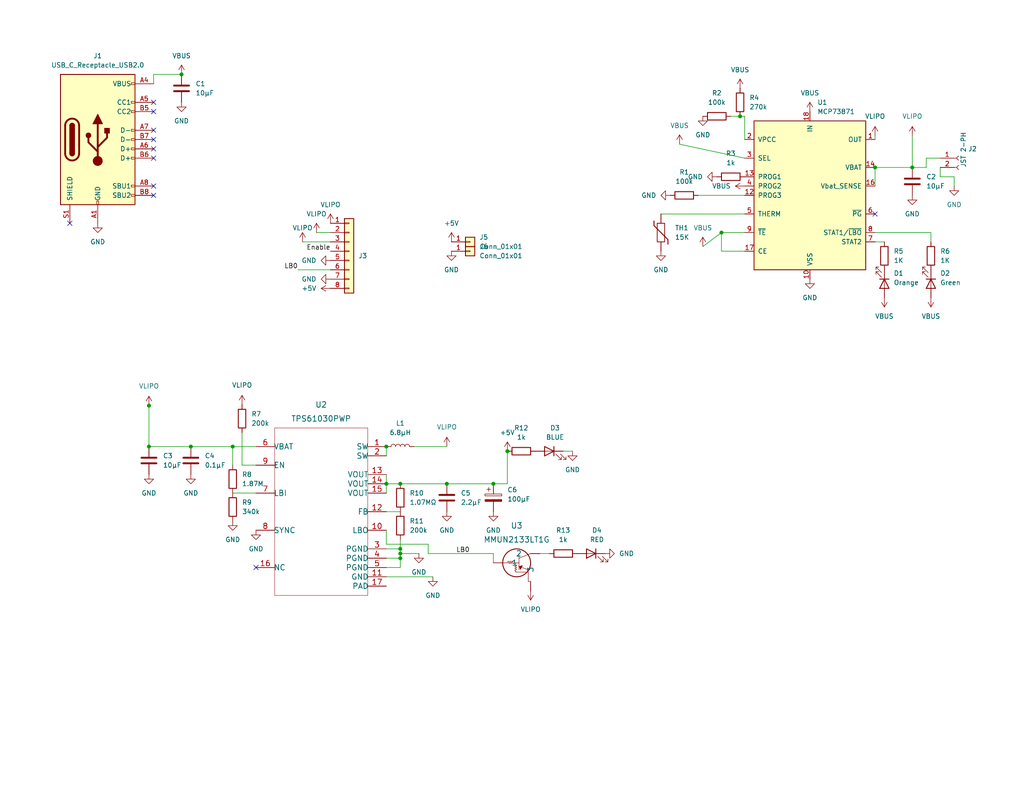
<source format=kicad_sch>
(kicad_sch (version 20211123) (generator eeschema)

  (uuid e63e39d7-6ac0-4ffd-8aa3-1841a4541b55)

  (paper "A")

  (title_block
    (title "Power managment for Null 2")
    (date "2022-03-09")
    (rev "0")
  )

  (lib_symbols
    (symbol "2022-03-19_03-31-40:MMUN2133LT1G" (pin_numbers hide) (pin_names (offset 2.413)) (in_bom yes) (on_board yes)
      (property "Reference" "U" (id 0) (at 13.97 1.905 0)
        (effects (font (size 1.524 1.524)))
      )
      (property "Value" "MMUN2133LT1G" (id 1) (at 11.43 -5.08 0)
        (effects (font (size 1.524 1.524)))
      )
      (property "Footprint" "SOT_33LT1G_ONS" (id 2) (at 11.43 -6.604 0)
        (effects (font (size 1.524 1.524)) hide)
      )
      (property "Datasheet" "" (id 3) (at 0 0 0)
        (effects (font (size 1.524 1.524)))
      )
      (property "ki_locked" "" (id 4) (at 0 0 0)
        (effects (font (size 1.27 1.27)))
      )
      (property "ki_fp_filters" "SOT_33LT1G_ONS SOT_33LT1G_ONS-M SOT_33LT1G_ONS-L" (id 5) (at 0 0 0)
        (effects (font (size 1.27 1.27)) hide)
      )
      (symbol "MMUN2133LT1G_1_1"
        (polyline
          (pts
            (xy 2.54 0)
            (xy 3.81 0)
          )
          (stroke (width 0.127) (type default) (color 0 0 0 0))
          (fill (type none))
        )
        (polyline
          (pts
            (xy 3.81 0)
            (xy 4.064 0.508)
          )
          (stroke (width 0.127) (type default) (color 0 0 0 0))
          (fill (type none))
        )
        (polyline
          (pts
            (xy 4.064 0.508)
            (xy 4.318 -0.254)
          )
          (stroke (width 0.127) (type default) (color 0 0 0 0))
          (fill (type none))
        )
        (polyline
          (pts
            (xy 4.318 -0.254)
            (xy 4.572 0.508)
          )
          (stroke (width 0.127) (type default) (color 0 0 0 0))
          (fill (type none))
        )
        (polyline
          (pts
            (xy 4.572 0.508)
            (xy 4.826 -0.254)
          )
          (stroke (width 0.127) (type default) (color 0 0 0 0))
          (fill (type none))
        )
        (polyline
          (pts
            (xy 4.826 -0.254)
            (xy 5.08 0.508)
          )
          (stroke (width 0.127) (type default) (color 0 0 0 0))
          (fill (type none))
        )
        (polyline
          (pts
            (xy 5.08 0.508)
            (xy 5.334 -0.254)
          )
          (stroke (width 0.127) (type default) (color 0 0 0 0))
          (fill (type none))
        )
        (polyline
          (pts
            (xy 5.334 -0.254)
            (xy 5.588 0)
          )
          (stroke (width 0.127) (type default) (color 0 0 0 0))
          (fill (type none))
        )
        (polyline
          (pts
            (xy 5.588 0)
            (xy 6.858 0)
          )
          (stroke (width 0.127) (type default) (color 0 0 0 0))
          (fill (type none))
        )
        (polyline
          (pts
            (xy 5.842 -2.032)
            (xy 6.096 -2.286)
          )
          (stroke (width 0.127) (type default) (color 0 0 0 0))
          (fill (type none))
        )
        (polyline
          (pts
            (xy 5.842 -1.524)
            (xy 6.35 -1.778)
          )
          (stroke (width 0.127) (type default) (color 0 0 0 0))
          (fill (type none))
        )
        (polyline
          (pts
            (xy 5.842 -1.016)
            (xy 6.35 -1.27)
          )
          (stroke (width 0.127) (type default) (color 0 0 0 0))
          (fill (type none))
        )
        (polyline
          (pts
            (xy 6.096 -2.54)
            (xy 9.144 -2.54)
          )
          (stroke (width 0.127) (type default) (color 0 0 0 0))
          (fill (type none))
        )
        (polyline
          (pts
            (xy 6.096 -2.286)
            (xy 6.096 -2.54)
          )
          (stroke (width 0.127) (type default) (color 0 0 0 0))
          (fill (type none))
        )
        (polyline
          (pts
            (xy 6.096 -0.508)
            (xy 6.35 -0.762)
          )
          (stroke (width 0.127) (type default) (color 0 0 0 0))
          (fill (type none))
        )
        (polyline
          (pts
            (xy 6.096 0)
            (xy 6.096 -0.508)
          )
          (stroke (width 0.127) (type default) (color 0 0 0 0))
          (fill (type none))
        )
        (polyline
          (pts
            (xy 6.35 -1.778)
            (xy 5.842 -2.032)
          )
          (stroke (width 0.127) (type default) (color 0 0 0 0))
          (fill (type none))
        )
        (polyline
          (pts
            (xy 6.35 -1.27)
            (xy 5.842 -1.524)
          )
          (stroke (width 0.127) (type default) (color 0 0 0 0))
          (fill (type none))
        )
        (polyline
          (pts
            (xy 6.35 -0.762)
            (xy 5.842 -1.016)
          )
          (stroke (width 0.127) (type default) (color 0 0 0 0))
          (fill (type none))
        )
        (polyline
          (pts
            (xy 6.858 0)
            (xy 6.985 0)
          )
          (stroke (width 0.127) (type default) (color 0 0 0 0))
          (fill (type none))
        )
        (polyline
          (pts
            (xy 6.985 2.54)
            (xy 6.985 -1.905)
          )
          (stroke (width 0.127) (type default) (color 0 0 0 0))
          (fill (type none))
        )
        (polyline
          (pts
            (xy 7.112 -1.016)
            (xy 6.985 -0.889)
          )
          (stroke (width 0.127) (type default) (color 0 0 0 0))
          (fill (type none))
        )
        (polyline
          (pts
            (xy 7.112 -1.016)
            (xy 7.366 -1.778)
          )
          (stroke (width 0.127) (type default) (color 0 0 0 0))
          (fill (type none))
        )
        (polyline
          (pts
            (xy 7.366 -1.778)
            (xy 7.874 -0.762)
          )
          (stroke (width 0.127) (type default) (color 0 0 0 0))
          (fill (type none))
        )
        (polyline
          (pts
            (xy 7.874 -0.762)
            (xy 7.112 -1.016)
          )
          (stroke (width 0.127) (type default) (color 0 0 0 0))
          (fill (type none))
        )
        (polyline
          (pts
            (xy 9.525 -5.08)
            (xy 9.525 -1.905)
          )
          (stroke (width 0.127) (type default) (color 0 0 0 0))
          (fill (type none))
        )
        (polyline
          (pts
            (xy 9.525 -1.905)
            (xy 7.112 -1.016)
          )
          (stroke (width 0.127) (type default) (color 0 0 0 0))
          (fill (type none))
        )
        (polyline
          (pts
            (xy 10.16 -5.08)
            (xy 9.525 -5.08)
          )
          (stroke (width 0.127) (type default) (color 0 0 0 0))
          (fill (type none))
        )
        (polyline
          (pts
            (xy 10.16 2.54)
            (xy 6.985 1.27)
          )
          (stroke (width 0.127) (type default) (color 0 0 0 0))
          (fill (type none))
        )
        (polyline
          (pts
            (xy 7.366 -1.778)
            (xy 7.112 -1.016)
            (xy 7.874 -0.762)
            (xy 7.366 -1.778)
          )
          (stroke (width 0) (type default) (color 0 0 0 0))
          (fill (type outline))
        )
        (circle (center 6.35 0) (radius 3.81)
          (stroke (width 0.254) (type default) (color 0 0 0 0))
          (fill (type none))
        )
        (pin unspecified line (at 0 0 0) (length 2.54)
          (name "1" (effects (font (size 1.4986 1.4986))))
          (number "1" (effects (font (size 1.4986 1.4986))))
        )
        (pin unspecified line (at 12.7 2.54 180) (length 2.54)
          (name "2" (effects (font (size 1.4986 1.4986))))
          (number "2" (effects (font (size 1.4986 1.4986))))
        )
        (pin unspecified line (at 10.16 -7.62 90) (length 2.54)
          (name "3" (effects (font (size 1.4986 1.4986))))
          (number "3" (effects (font (size 1.4986 1.4986))))
        )
      )
    )
    (symbol "Battery_Management:MCP73871" (pin_names (offset 1.016)) (in_bom yes) (on_board yes)
      (property "Reference" "U" (id 0) (at -7.62 24.13 0)
        (effects (font (size 1.27 1.27)) (justify left))
      )
      (property "Value" "MCP73871" (id 1) (at -15.24 21.59 0)
        (effects (font (size 1.27 1.27)) (justify left))
      )
      (property "Footprint" "Package_DFN_QFN:QFN-20-1EP_4x4mm_P0.5mm_EP2.5x2.5mm" (id 2) (at 5.08 -22.86 0)
        (effects (font (size 1.27 1.27) italic) (justify left) hide)
      )
      (property "Datasheet" "http://www.mouser.com/ds/2/268/22090a-52174.pdf" (id 3) (at -3.81 13.97 0)
        (effects (font (size 1.27 1.27)) hide)
      )
      (property "ki_keywords" "battery charger lithium" (id 4) (at 0 0 0)
        (effects (font (size 1.27 1.27)) hide)
      )
      (property "ki_description" "Single cell, Li-Ion/Li-Po charge management controller" (id 5) (at 0 0 0)
        (effects (font (size 1.27 1.27)) hide)
      )
      (property "ki_fp_filters" "QFN*4x4mm*P0.5mm*" (id 6) (at 0 0 0)
        (effects (font (size 1.27 1.27)) hide)
      )
      (symbol "MCP73871_0_1"
        (rectangle (start -15.24 20.32) (end 15.24 -20.32)
          (stroke (width 0.254) (type default) (color 0 0 0 0))
          (fill (type background))
        )
      )
      (symbol "MCP73871_1_1"
        (pin power_out line (at 17.78 15.24 180) (length 2.54)
          (name "OUT" (effects (font (size 1.27 1.27))))
          (number "1" (effects (font (size 1.27 1.27))))
        )
        (pin power_in line (at 0 -22.86 90) (length 2.54)
          (name "VSS" (effects (font (size 1.27 1.27))))
          (number "10" (effects (font (size 1.27 1.27))))
        )
        (pin passive line (at 0 -22.86 90) (length 2.54) hide
          (name "VSS" (effects (font (size 1.27 1.27))))
          (number "11" (effects (font (size 1.27 1.27))))
        )
        (pin bidirectional line (at -17.78 0 0) (length 2.54)
          (name "PROG3" (effects (font (size 1.27 1.27))))
          (number "12" (effects (font (size 1.27 1.27))))
        )
        (pin bidirectional line (at -17.78 5.08 0) (length 2.54)
          (name "PROG1" (effects (font (size 1.27 1.27))))
          (number "13" (effects (font (size 1.27 1.27))))
        )
        (pin power_out line (at 17.78 7.62 180) (length 2.54)
          (name "VBAT" (effects (font (size 1.27 1.27))))
          (number "14" (effects (font (size 1.27 1.27))))
        )
        (pin passive line (at 17.78 7.62 180) (length 2.54) hide
          (name "VBAT" (effects (font (size 1.27 1.27))))
          (number "15" (effects (font (size 1.27 1.27))))
        )
        (pin input line (at 17.78 2.54 180) (length 2.54)
          (name "Vbat_SENSE" (effects (font (size 1.27 1.27))))
          (number "16" (effects (font (size 1.27 1.27))))
        )
        (pin input line (at -17.78 -15.24 0) (length 2.54)
          (name "CE" (effects (font (size 1.27 1.27))))
          (number "17" (effects (font (size 1.27 1.27))))
        )
        (pin power_in line (at 0 22.86 270) (length 2.54)
          (name "IN" (effects (font (size 1.27 1.27))))
          (number "18" (effects (font (size 1.27 1.27))))
        )
        (pin passive line (at 0 22.86 270) (length 2.54) hide
          (name "IN" (effects (font (size 1.27 1.27))))
          (number "19" (effects (font (size 1.27 1.27))))
        )
        (pin input line (at -17.78 15.24 0) (length 2.54)
          (name "VPCC" (effects (font (size 1.27 1.27))))
          (number "2" (effects (font (size 1.27 1.27))))
        )
        (pin passive line (at 17.78 15.24 180) (length 2.54) hide
          (name "OUT" (effects (font (size 1.27 1.27))))
          (number "20" (effects (font (size 1.27 1.27))))
        )
        (pin passive line (at 0 -22.86 90) (length 2.54) hide
          (name "VSS" (effects (font (size 1.27 1.27))))
          (number "21" (effects (font (size 1.27 1.27))))
        )
        (pin input line (at -17.78 10.16 0) (length 2.54)
          (name "SEL" (effects (font (size 1.27 1.27))))
          (number "3" (effects (font (size 1.27 1.27))))
        )
        (pin input line (at -17.78 2.54 0) (length 2.54)
          (name "PROG2" (effects (font (size 1.27 1.27))))
          (number "4" (effects (font (size 1.27 1.27))))
        )
        (pin bidirectional line (at -17.78 -5.08 0) (length 2.54)
          (name "THERM" (effects (font (size 1.27 1.27))))
          (number "5" (effects (font (size 1.27 1.27))))
        )
        (pin open_collector line (at 17.78 -5.08 180) (length 2.54)
          (name "~{PG}" (effects (font (size 1.27 1.27))))
          (number "6" (effects (font (size 1.27 1.27))))
        )
        (pin open_collector line (at 17.78 -12.7 180) (length 2.54)
          (name "STAT2" (effects (font (size 1.27 1.27))))
          (number "7" (effects (font (size 1.27 1.27))))
        )
        (pin open_collector line (at 17.78 -10.16 180) (length 2.54)
          (name "STAT1/~{LBO}" (effects (font (size 1.27 1.27))))
          (number "8" (effects (font (size 1.27 1.27))))
        )
        (pin input line (at -17.78 -10.16 0) (length 2.54)
          (name "~{TE}" (effects (font (size 1.27 1.27))))
          (number "9" (effects (font (size 1.27 1.27))))
        )
      )
    )
    (symbol "Connector:Conn_01x02_Female" (pin_names (offset 1.016) hide) (in_bom yes) (on_board yes)
      (property "Reference" "J" (id 0) (at 0 2.54 0)
        (effects (font (size 1.27 1.27)))
      )
      (property "Value" "Conn_01x02_Female" (id 1) (at 0 -5.08 0)
        (effects (font (size 1.27 1.27)))
      )
      (property "Footprint" "" (id 2) (at 0 0 0)
        (effects (font (size 1.27 1.27)) hide)
      )
      (property "Datasheet" "~" (id 3) (at 0 0 0)
        (effects (font (size 1.27 1.27)) hide)
      )
      (property "ki_keywords" "connector" (id 4) (at 0 0 0)
        (effects (font (size 1.27 1.27)) hide)
      )
      (property "ki_description" "Generic connector, single row, 01x02, script generated (kicad-library-utils/schlib/autogen/connector/)" (id 5) (at 0 0 0)
        (effects (font (size 1.27 1.27)) hide)
      )
      (property "ki_fp_filters" "Connector*:*_1x??_*" (id 6) (at 0 0 0)
        (effects (font (size 1.27 1.27)) hide)
      )
      (symbol "Conn_01x02_Female_1_1"
        (arc (start 0 -2.032) (mid -0.508 -2.54) (end 0 -3.048)
          (stroke (width 0.1524) (type default) (color 0 0 0 0))
          (fill (type none))
        )
        (polyline
          (pts
            (xy -1.27 -2.54)
            (xy -0.508 -2.54)
          )
          (stroke (width 0.1524) (type default) (color 0 0 0 0))
          (fill (type none))
        )
        (polyline
          (pts
            (xy -1.27 0)
            (xy -0.508 0)
          )
          (stroke (width 0.1524) (type default) (color 0 0 0 0))
          (fill (type none))
        )
        (arc (start 0 0.508) (mid -0.508 0) (end 0 -0.508)
          (stroke (width 0.1524) (type default) (color 0 0 0 0))
          (fill (type none))
        )
        (pin passive line (at -5.08 0 0) (length 3.81)
          (name "Pin_1" (effects (font (size 1.27 1.27))))
          (number "1" (effects (font (size 1.27 1.27))))
        )
        (pin passive line (at -5.08 -2.54 0) (length 3.81)
          (name "Pin_2" (effects (font (size 1.27 1.27))))
          (number "2" (effects (font (size 1.27 1.27))))
        )
      )
    )
    (symbol "Connector:USB_C_Receptacle_USB2.0" (pin_names (offset 1.016)) (in_bom yes) (on_board yes)
      (property "Reference" "J" (id 0) (at -10.16 19.05 0)
        (effects (font (size 1.27 1.27)) (justify left))
      )
      (property "Value" "USB_C_Receptacle_USB2.0" (id 1) (at 19.05 19.05 0)
        (effects (font (size 1.27 1.27)) (justify right))
      )
      (property "Footprint" "" (id 2) (at 3.81 0 0)
        (effects (font (size 1.27 1.27)) hide)
      )
      (property "Datasheet" "https://www.usb.org/sites/default/files/documents/usb_type-c.zip" (id 3) (at 3.81 0 0)
        (effects (font (size 1.27 1.27)) hide)
      )
      (property "ki_keywords" "usb universal serial bus type-C USB2.0" (id 4) (at 0 0 0)
        (effects (font (size 1.27 1.27)) hide)
      )
      (property "ki_description" "USB 2.0-only Type-C Receptacle connector" (id 5) (at 0 0 0)
        (effects (font (size 1.27 1.27)) hide)
      )
      (property "ki_fp_filters" "USB*C*Receptacle*" (id 6) (at 0 0 0)
        (effects (font (size 1.27 1.27)) hide)
      )
      (symbol "USB_C_Receptacle_USB2.0_0_0"
        (rectangle (start -0.254 -17.78) (end 0.254 -16.764)
          (stroke (width 0) (type default) (color 0 0 0 0))
          (fill (type none))
        )
        (rectangle (start 10.16 -14.986) (end 9.144 -15.494)
          (stroke (width 0) (type default) (color 0 0 0 0))
          (fill (type none))
        )
        (rectangle (start 10.16 -12.446) (end 9.144 -12.954)
          (stroke (width 0) (type default) (color 0 0 0 0))
          (fill (type none))
        )
        (rectangle (start 10.16 -4.826) (end 9.144 -5.334)
          (stroke (width 0) (type default) (color 0 0 0 0))
          (fill (type none))
        )
        (rectangle (start 10.16 -2.286) (end 9.144 -2.794)
          (stroke (width 0) (type default) (color 0 0 0 0))
          (fill (type none))
        )
        (rectangle (start 10.16 0.254) (end 9.144 -0.254)
          (stroke (width 0) (type default) (color 0 0 0 0))
          (fill (type none))
        )
        (rectangle (start 10.16 2.794) (end 9.144 2.286)
          (stroke (width 0) (type default) (color 0 0 0 0))
          (fill (type none))
        )
        (rectangle (start 10.16 7.874) (end 9.144 7.366)
          (stroke (width 0) (type default) (color 0 0 0 0))
          (fill (type none))
        )
        (rectangle (start 10.16 10.414) (end 9.144 9.906)
          (stroke (width 0) (type default) (color 0 0 0 0))
          (fill (type none))
        )
        (rectangle (start 10.16 15.494) (end 9.144 14.986)
          (stroke (width 0) (type default) (color 0 0 0 0))
          (fill (type none))
        )
      )
      (symbol "USB_C_Receptacle_USB2.0_0_1"
        (rectangle (start -10.16 17.78) (end 10.16 -17.78)
          (stroke (width 0.254) (type default) (color 0 0 0 0))
          (fill (type background))
        )
        (arc (start -8.89 -3.81) (mid -6.985 -5.715) (end -5.08 -3.81)
          (stroke (width 0.508) (type default) (color 0 0 0 0))
          (fill (type none))
        )
        (arc (start -7.62 -3.81) (mid -6.985 -4.445) (end -6.35 -3.81)
          (stroke (width 0.254) (type default) (color 0 0 0 0))
          (fill (type none))
        )
        (arc (start -7.62 -3.81) (mid -6.985 -4.445) (end -6.35 -3.81)
          (stroke (width 0.254) (type default) (color 0 0 0 0))
          (fill (type outline))
        )
        (rectangle (start -7.62 -3.81) (end -6.35 3.81)
          (stroke (width 0.254) (type default) (color 0 0 0 0))
          (fill (type outline))
        )
        (arc (start -6.35 3.81) (mid -6.985 4.445) (end -7.62 3.81)
          (stroke (width 0.254) (type default) (color 0 0 0 0))
          (fill (type none))
        )
        (arc (start -6.35 3.81) (mid -6.985 4.445) (end -7.62 3.81)
          (stroke (width 0.254) (type default) (color 0 0 0 0))
          (fill (type outline))
        )
        (arc (start -5.08 3.81) (mid -6.985 5.715) (end -8.89 3.81)
          (stroke (width 0.508) (type default) (color 0 0 0 0))
          (fill (type none))
        )
        (circle (center -2.54 1.143) (radius 0.635)
          (stroke (width 0.254) (type default) (color 0 0 0 0))
          (fill (type outline))
        )
        (circle (center 0 -5.842) (radius 1.27)
          (stroke (width 0) (type default) (color 0 0 0 0))
          (fill (type outline))
        )
        (polyline
          (pts
            (xy -8.89 -3.81)
            (xy -8.89 3.81)
          )
          (stroke (width 0.508) (type default) (color 0 0 0 0))
          (fill (type none))
        )
        (polyline
          (pts
            (xy -5.08 3.81)
            (xy -5.08 -3.81)
          )
          (stroke (width 0.508) (type default) (color 0 0 0 0))
          (fill (type none))
        )
        (polyline
          (pts
            (xy 0 -5.842)
            (xy 0 4.318)
          )
          (stroke (width 0.508) (type default) (color 0 0 0 0))
          (fill (type none))
        )
        (polyline
          (pts
            (xy 0 -3.302)
            (xy -2.54 -0.762)
            (xy -2.54 0.508)
          )
          (stroke (width 0.508) (type default) (color 0 0 0 0))
          (fill (type none))
        )
        (polyline
          (pts
            (xy 0 -2.032)
            (xy 2.54 0.508)
            (xy 2.54 1.778)
          )
          (stroke (width 0.508) (type default) (color 0 0 0 0))
          (fill (type none))
        )
        (polyline
          (pts
            (xy -1.27 4.318)
            (xy 0 6.858)
            (xy 1.27 4.318)
            (xy -1.27 4.318)
          )
          (stroke (width 0.254) (type default) (color 0 0 0 0))
          (fill (type outline))
        )
        (rectangle (start 1.905 1.778) (end 3.175 3.048)
          (stroke (width 0.254) (type default) (color 0 0 0 0))
          (fill (type outline))
        )
      )
      (symbol "USB_C_Receptacle_USB2.0_1_1"
        (pin passive line (at 0 -22.86 90) (length 5.08)
          (name "GND" (effects (font (size 1.27 1.27))))
          (number "A1" (effects (font (size 1.27 1.27))))
        )
        (pin passive line (at 0 -22.86 90) (length 5.08) hide
          (name "GND" (effects (font (size 1.27 1.27))))
          (number "A12" (effects (font (size 1.27 1.27))))
        )
        (pin passive line (at 15.24 15.24 180) (length 5.08)
          (name "VBUS" (effects (font (size 1.27 1.27))))
          (number "A4" (effects (font (size 1.27 1.27))))
        )
        (pin bidirectional line (at 15.24 10.16 180) (length 5.08)
          (name "CC1" (effects (font (size 1.27 1.27))))
          (number "A5" (effects (font (size 1.27 1.27))))
        )
        (pin bidirectional line (at 15.24 -2.54 180) (length 5.08)
          (name "D+" (effects (font (size 1.27 1.27))))
          (number "A6" (effects (font (size 1.27 1.27))))
        )
        (pin bidirectional line (at 15.24 2.54 180) (length 5.08)
          (name "D-" (effects (font (size 1.27 1.27))))
          (number "A7" (effects (font (size 1.27 1.27))))
        )
        (pin bidirectional line (at 15.24 -12.7 180) (length 5.08)
          (name "SBU1" (effects (font (size 1.27 1.27))))
          (number "A8" (effects (font (size 1.27 1.27))))
        )
        (pin passive line (at 15.24 15.24 180) (length 5.08) hide
          (name "VBUS" (effects (font (size 1.27 1.27))))
          (number "A9" (effects (font (size 1.27 1.27))))
        )
        (pin passive line (at 0 -22.86 90) (length 5.08) hide
          (name "GND" (effects (font (size 1.27 1.27))))
          (number "B1" (effects (font (size 1.27 1.27))))
        )
        (pin passive line (at 0 -22.86 90) (length 5.08) hide
          (name "GND" (effects (font (size 1.27 1.27))))
          (number "B12" (effects (font (size 1.27 1.27))))
        )
        (pin passive line (at 15.24 15.24 180) (length 5.08) hide
          (name "VBUS" (effects (font (size 1.27 1.27))))
          (number "B4" (effects (font (size 1.27 1.27))))
        )
        (pin bidirectional line (at 15.24 7.62 180) (length 5.08)
          (name "CC2" (effects (font (size 1.27 1.27))))
          (number "B5" (effects (font (size 1.27 1.27))))
        )
        (pin bidirectional line (at 15.24 -5.08 180) (length 5.08)
          (name "D+" (effects (font (size 1.27 1.27))))
          (number "B6" (effects (font (size 1.27 1.27))))
        )
        (pin bidirectional line (at 15.24 0 180) (length 5.08)
          (name "D-" (effects (font (size 1.27 1.27))))
          (number "B7" (effects (font (size 1.27 1.27))))
        )
        (pin bidirectional line (at 15.24 -15.24 180) (length 5.08)
          (name "SBU2" (effects (font (size 1.27 1.27))))
          (number "B8" (effects (font (size 1.27 1.27))))
        )
        (pin passive line (at 15.24 15.24 180) (length 5.08) hide
          (name "VBUS" (effects (font (size 1.27 1.27))))
          (number "B9" (effects (font (size 1.27 1.27))))
        )
        (pin passive line (at -7.62 -22.86 90) (length 5.08)
          (name "SHIELD" (effects (font (size 1.27 1.27))))
          (number "S1" (effects (font (size 1.27 1.27))))
        )
      )
    )
    (symbol "Connector_Generic:Conn_01x01" (pin_names (offset 1.016) hide) (in_bom yes) (on_board yes)
      (property "Reference" "J" (id 0) (at 0 2.54 0)
        (effects (font (size 1.27 1.27)))
      )
      (property "Value" "Conn_01x01" (id 1) (at 0 -2.54 0)
        (effects (font (size 1.27 1.27)))
      )
      (property "Footprint" "" (id 2) (at 0 0 0)
        (effects (font (size 1.27 1.27)) hide)
      )
      (property "Datasheet" "~" (id 3) (at 0 0 0)
        (effects (font (size 1.27 1.27)) hide)
      )
      (property "ki_keywords" "connector" (id 4) (at 0 0 0)
        (effects (font (size 1.27 1.27)) hide)
      )
      (property "ki_description" "Generic connector, single row, 01x01, script generated (kicad-library-utils/schlib/autogen/connector/)" (id 5) (at 0 0 0)
        (effects (font (size 1.27 1.27)) hide)
      )
      (property "ki_fp_filters" "Connector*:*_1x??_*" (id 6) (at 0 0 0)
        (effects (font (size 1.27 1.27)) hide)
      )
      (symbol "Conn_01x01_1_1"
        (rectangle (start -1.27 0.127) (end 0 -0.127)
          (stroke (width 0.1524) (type default) (color 0 0 0 0))
          (fill (type none))
        )
        (rectangle (start -1.27 1.27) (end 1.27 -1.27)
          (stroke (width 0.254) (type default) (color 0 0 0 0))
          (fill (type background))
        )
        (pin passive line (at -5.08 0 0) (length 3.81)
          (name "Pin_1" (effects (font (size 1.27 1.27))))
          (number "1" (effects (font (size 1.27 1.27))))
        )
      )
    )
    (symbol "Connector_Generic:Conn_01x08" (pin_names (offset 1.016) hide) (in_bom yes) (on_board yes)
      (property "Reference" "J" (id 0) (at 0 10.16 0)
        (effects (font (size 1.27 1.27)))
      )
      (property "Value" "Conn_01x08" (id 1) (at 0 -12.7 0)
        (effects (font (size 1.27 1.27)))
      )
      (property "Footprint" "" (id 2) (at 0 0 0)
        (effects (font (size 1.27 1.27)) hide)
      )
      (property "Datasheet" "~" (id 3) (at 0 0 0)
        (effects (font (size 1.27 1.27)) hide)
      )
      (property "ki_keywords" "connector" (id 4) (at 0 0 0)
        (effects (font (size 1.27 1.27)) hide)
      )
      (property "ki_description" "Generic connector, single row, 01x08, script generated (kicad-library-utils/schlib/autogen/connector/)" (id 5) (at 0 0 0)
        (effects (font (size 1.27 1.27)) hide)
      )
      (property "ki_fp_filters" "Connector*:*_1x??_*" (id 6) (at 0 0 0)
        (effects (font (size 1.27 1.27)) hide)
      )
      (symbol "Conn_01x08_1_1"
        (rectangle (start -1.27 -10.033) (end 0 -10.287)
          (stroke (width 0.1524) (type default) (color 0 0 0 0))
          (fill (type none))
        )
        (rectangle (start -1.27 -7.493) (end 0 -7.747)
          (stroke (width 0.1524) (type default) (color 0 0 0 0))
          (fill (type none))
        )
        (rectangle (start -1.27 -4.953) (end 0 -5.207)
          (stroke (width 0.1524) (type default) (color 0 0 0 0))
          (fill (type none))
        )
        (rectangle (start -1.27 -2.413) (end 0 -2.667)
          (stroke (width 0.1524) (type default) (color 0 0 0 0))
          (fill (type none))
        )
        (rectangle (start -1.27 0.127) (end 0 -0.127)
          (stroke (width 0.1524) (type default) (color 0 0 0 0))
          (fill (type none))
        )
        (rectangle (start -1.27 2.667) (end 0 2.413)
          (stroke (width 0.1524) (type default) (color 0 0 0 0))
          (fill (type none))
        )
        (rectangle (start -1.27 5.207) (end 0 4.953)
          (stroke (width 0.1524) (type default) (color 0 0 0 0))
          (fill (type none))
        )
        (rectangle (start -1.27 7.747) (end 0 7.493)
          (stroke (width 0.1524) (type default) (color 0 0 0 0))
          (fill (type none))
        )
        (rectangle (start -1.27 8.89) (end 1.27 -11.43)
          (stroke (width 0.254) (type default) (color 0 0 0 0))
          (fill (type background))
        )
        (pin passive line (at -5.08 7.62 0) (length 3.81)
          (name "Pin_1" (effects (font (size 1.27 1.27))))
          (number "1" (effects (font (size 1.27 1.27))))
        )
        (pin passive line (at -5.08 5.08 0) (length 3.81)
          (name "Pin_2" (effects (font (size 1.27 1.27))))
          (number "2" (effects (font (size 1.27 1.27))))
        )
        (pin passive line (at -5.08 2.54 0) (length 3.81)
          (name "Pin_3" (effects (font (size 1.27 1.27))))
          (number "3" (effects (font (size 1.27 1.27))))
        )
        (pin passive line (at -5.08 0 0) (length 3.81)
          (name "Pin_4" (effects (font (size 1.27 1.27))))
          (number "4" (effects (font (size 1.27 1.27))))
        )
        (pin passive line (at -5.08 -2.54 0) (length 3.81)
          (name "Pin_5" (effects (font (size 1.27 1.27))))
          (number "5" (effects (font (size 1.27 1.27))))
        )
        (pin passive line (at -5.08 -5.08 0) (length 3.81)
          (name "Pin_6" (effects (font (size 1.27 1.27))))
          (number "6" (effects (font (size 1.27 1.27))))
        )
        (pin passive line (at -5.08 -7.62 0) (length 3.81)
          (name "Pin_7" (effects (font (size 1.27 1.27))))
          (number "7" (effects (font (size 1.27 1.27))))
        )
        (pin passive line (at -5.08 -10.16 0) (length 3.81)
          (name "Pin_8" (effects (font (size 1.27 1.27))))
          (number "8" (effects (font (size 1.27 1.27))))
        )
      )
    )
    (symbol "Device:C" (pin_numbers hide) (pin_names (offset 0.254)) (in_bom yes) (on_board yes)
      (property "Reference" "C" (id 0) (at 0.635 2.54 0)
        (effects (font (size 1.27 1.27)) (justify left))
      )
      (property "Value" "C" (id 1) (at 0.635 -2.54 0)
        (effects (font (size 1.27 1.27)) (justify left))
      )
      (property "Footprint" "" (id 2) (at 0.9652 -3.81 0)
        (effects (font (size 1.27 1.27)) hide)
      )
      (property "Datasheet" "~" (id 3) (at 0 0 0)
        (effects (font (size 1.27 1.27)) hide)
      )
      (property "ki_keywords" "cap capacitor" (id 4) (at 0 0 0)
        (effects (font (size 1.27 1.27)) hide)
      )
      (property "ki_description" "Unpolarized capacitor" (id 5) (at 0 0 0)
        (effects (font (size 1.27 1.27)) hide)
      )
      (property "ki_fp_filters" "C_*" (id 6) (at 0 0 0)
        (effects (font (size 1.27 1.27)) hide)
      )
      (symbol "C_0_1"
        (polyline
          (pts
            (xy -2.032 -0.762)
            (xy 2.032 -0.762)
          )
          (stroke (width 0.508) (type default) (color 0 0 0 0))
          (fill (type none))
        )
        (polyline
          (pts
            (xy -2.032 0.762)
            (xy 2.032 0.762)
          )
          (stroke (width 0.508) (type default) (color 0 0 0 0))
          (fill (type none))
        )
      )
      (symbol "C_1_1"
        (pin passive line (at 0 3.81 270) (length 2.794)
          (name "~" (effects (font (size 1.27 1.27))))
          (number "1" (effects (font (size 1.27 1.27))))
        )
        (pin passive line (at 0 -3.81 90) (length 2.794)
          (name "~" (effects (font (size 1.27 1.27))))
          (number "2" (effects (font (size 1.27 1.27))))
        )
      )
    )
    (symbol "Device:C_Polarized" (pin_numbers hide) (pin_names (offset 0.254)) (in_bom yes) (on_board yes)
      (property "Reference" "C" (id 0) (at 0.635 2.54 0)
        (effects (font (size 1.27 1.27)) (justify left))
      )
      (property "Value" "C_Polarized" (id 1) (at 0.635 -2.54 0)
        (effects (font (size 1.27 1.27)) (justify left))
      )
      (property "Footprint" "" (id 2) (at 0.9652 -3.81 0)
        (effects (font (size 1.27 1.27)) hide)
      )
      (property "Datasheet" "~" (id 3) (at 0 0 0)
        (effects (font (size 1.27 1.27)) hide)
      )
      (property "ki_keywords" "cap capacitor" (id 4) (at 0 0 0)
        (effects (font (size 1.27 1.27)) hide)
      )
      (property "ki_description" "Polarized capacitor" (id 5) (at 0 0 0)
        (effects (font (size 1.27 1.27)) hide)
      )
      (property "ki_fp_filters" "CP_*" (id 6) (at 0 0 0)
        (effects (font (size 1.27 1.27)) hide)
      )
      (symbol "C_Polarized_0_1"
        (rectangle (start -2.286 0.508) (end 2.286 1.016)
          (stroke (width 0) (type default) (color 0 0 0 0))
          (fill (type none))
        )
        (polyline
          (pts
            (xy -1.778 2.286)
            (xy -0.762 2.286)
          )
          (stroke (width 0) (type default) (color 0 0 0 0))
          (fill (type none))
        )
        (polyline
          (pts
            (xy -1.27 2.794)
            (xy -1.27 1.778)
          )
          (stroke (width 0) (type default) (color 0 0 0 0))
          (fill (type none))
        )
        (rectangle (start 2.286 -0.508) (end -2.286 -1.016)
          (stroke (width 0) (type default) (color 0 0 0 0))
          (fill (type outline))
        )
      )
      (symbol "C_Polarized_1_1"
        (pin passive line (at 0 3.81 270) (length 2.794)
          (name "~" (effects (font (size 1.27 1.27))))
          (number "1" (effects (font (size 1.27 1.27))))
        )
        (pin passive line (at 0 -3.81 90) (length 2.794)
          (name "~" (effects (font (size 1.27 1.27))))
          (number "2" (effects (font (size 1.27 1.27))))
        )
      )
    )
    (symbol "Device:L" (pin_numbers hide) (pin_names (offset 1.016) hide) (in_bom yes) (on_board yes)
      (property "Reference" "L" (id 0) (at -1.27 0 90)
        (effects (font (size 1.27 1.27)))
      )
      (property "Value" "L" (id 1) (at 1.905 0 90)
        (effects (font (size 1.27 1.27)))
      )
      (property "Footprint" "" (id 2) (at 0 0 0)
        (effects (font (size 1.27 1.27)) hide)
      )
      (property "Datasheet" "~" (id 3) (at 0 0 0)
        (effects (font (size 1.27 1.27)) hide)
      )
      (property "ki_keywords" "inductor choke coil reactor magnetic" (id 4) (at 0 0 0)
        (effects (font (size 1.27 1.27)) hide)
      )
      (property "ki_description" "Inductor" (id 5) (at 0 0 0)
        (effects (font (size 1.27 1.27)) hide)
      )
      (property "ki_fp_filters" "Choke_* *Coil* Inductor_* L_*" (id 6) (at 0 0 0)
        (effects (font (size 1.27 1.27)) hide)
      )
      (symbol "L_0_1"
        (arc (start 0 -2.54) (mid 0.635 -1.905) (end 0 -1.27)
          (stroke (width 0) (type default) (color 0 0 0 0))
          (fill (type none))
        )
        (arc (start 0 -1.27) (mid 0.635 -0.635) (end 0 0)
          (stroke (width 0) (type default) (color 0 0 0 0))
          (fill (type none))
        )
        (arc (start 0 0) (mid 0.635 0.635) (end 0 1.27)
          (stroke (width 0) (type default) (color 0 0 0 0))
          (fill (type none))
        )
        (arc (start 0 1.27) (mid 0.635 1.905) (end 0 2.54)
          (stroke (width 0) (type default) (color 0 0 0 0))
          (fill (type none))
        )
      )
      (symbol "L_1_1"
        (pin passive line (at 0 3.81 270) (length 1.27)
          (name "1" (effects (font (size 1.27 1.27))))
          (number "1" (effects (font (size 1.27 1.27))))
        )
        (pin passive line (at 0 -3.81 90) (length 1.27)
          (name "2" (effects (font (size 1.27 1.27))))
          (number "2" (effects (font (size 1.27 1.27))))
        )
      )
    )
    (symbol "Device:LED" (pin_numbers hide) (pin_names (offset 1.016) hide) (in_bom yes) (on_board yes)
      (property "Reference" "D" (id 0) (at 0 2.54 0)
        (effects (font (size 1.27 1.27)))
      )
      (property "Value" "LED" (id 1) (at 0 -2.54 0)
        (effects (font (size 1.27 1.27)))
      )
      (property "Footprint" "" (id 2) (at 0 0 0)
        (effects (font (size 1.27 1.27)) hide)
      )
      (property "Datasheet" "~" (id 3) (at 0 0 0)
        (effects (font (size 1.27 1.27)) hide)
      )
      (property "ki_keywords" "LED diode" (id 4) (at 0 0 0)
        (effects (font (size 1.27 1.27)) hide)
      )
      (property "ki_description" "Light emitting diode" (id 5) (at 0 0 0)
        (effects (font (size 1.27 1.27)) hide)
      )
      (property "ki_fp_filters" "LED* LED_SMD:* LED_THT:*" (id 6) (at 0 0 0)
        (effects (font (size 1.27 1.27)) hide)
      )
      (symbol "LED_0_1"
        (polyline
          (pts
            (xy -1.27 -1.27)
            (xy -1.27 1.27)
          )
          (stroke (width 0.254) (type default) (color 0 0 0 0))
          (fill (type none))
        )
        (polyline
          (pts
            (xy -1.27 0)
            (xy 1.27 0)
          )
          (stroke (width 0) (type default) (color 0 0 0 0))
          (fill (type none))
        )
        (polyline
          (pts
            (xy 1.27 -1.27)
            (xy 1.27 1.27)
            (xy -1.27 0)
            (xy 1.27 -1.27)
          )
          (stroke (width 0.254) (type default) (color 0 0 0 0))
          (fill (type none))
        )
        (polyline
          (pts
            (xy -3.048 -0.762)
            (xy -4.572 -2.286)
            (xy -3.81 -2.286)
            (xy -4.572 -2.286)
            (xy -4.572 -1.524)
          )
          (stroke (width 0) (type default) (color 0 0 0 0))
          (fill (type none))
        )
        (polyline
          (pts
            (xy -1.778 -0.762)
            (xy -3.302 -2.286)
            (xy -2.54 -2.286)
            (xy -3.302 -2.286)
            (xy -3.302 -1.524)
          )
          (stroke (width 0) (type default) (color 0 0 0 0))
          (fill (type none))
        )
      )
      (symbol "LED_1_1"
        (pin passive line (at -3.81 0 0) (length 2.54)
          (name "K" (effects (font (size 1.27 1.27))))
          (number "1" (effects (font (size 1.27 1.27))))
        )
        (pin passive line (at 3.81 0 180) (length 2.54)
          (name "A" (effects (font (size 1.27 1.27))))
          (number "2" (effects (font (size 1.27 1.27))))
        )
      )
    )
    (symbol "Device:R" (pin_numbers hide) (pin_names (offset 0)) (in_bom yes) (on_board yes)
      (property "Reference" "R" (id 0) (at 2.032 0 90)
        (effects (font (size 1.27 1.27)))
      )
      (property "Value" "R" (id 1) (at 0 0 90)
        (effects (font (size 1.27 1.27)))
      )
      (property "Footprint" "" (id 2) (at -1.778 0 90)
        (effects (font (size 1.27 1.27)) hide)
      )
      (property "Datasheet" "~" (id 3) (at 0 0 0)
        (effects (font (size 1.27 1.27)) hide)
      )
      (property "ki_keywords" "R res resistor" (id 4) (at 0 0 0)
        (effects (font (size 1.27 1.27)) hide)
      )
      (property "ki_description" "Resistor" (id 5) (at 0 0 0)
        (effects (font (size 1.27 1.27)) hide)
      )
      (property "ki_fp_filters" "R_*" (id 6) (at 0 0 0)
        (effects (font (size 1.27 1.27)) hide)
      )
      (symbol "R_0_1"
        (rectangle (start -1.016 -2.54) (end 1.016 2.54)
          (stroke (width 0.254) (type default) (color 0 0 0 0))
          (fill (type none))
        )
      )
      (symbol "R_1_1"
        (pin passive line (at 0 3.81 270) (length 1.27)
          (name "~" (effects (font (size 1.27 1.27))))
          (number "1" (effects (font (size 1.27 1.27))))
        )
        (pin passive line (at 0 -3.81 90) (length 1.27)
          (name "~" (effects (font (size 1.27 1.27))))
          (number "2" (effects (font (size 1.27 1.27))))
        )
      )
    )
    (symbol "Device:Thermistor" (pin_numbers hide) (pin_names (offset 0)) (in_bom yes) (on_board yes)
      (property "Reference" "TH" (id 0) (at 2.54 1.27 90)
        (effects (font (size 1.27 1.27)))
      )
      (property "Value" "Thermistor" (id 1) (at -2.54 0 90)
        (effects (font (size 1.27 1.27)) (justify bottom))
      )
      (property "Footprint" "" (id 2) (at 0 0 0)
        (effects (font (size 1.27 1.27)) hide)
      )
      (property "Datasheet" "~" (id 3) (at 0 0 0)
        (effects (font (size 1.27 1.27)) hide)
      )
      (property "ki_keywords" "R res thermistor" (id 4) (at 0 0 0)
        (effects (font (size 1.27 1.27)) hide)
      )
      (property "ki_description" "Temperature dependent resistor" (id 5) (at 0 0 0)
        (effects (font (size 1.27 1.27)) hide)
      )
      (property "ki_fp_filters" "R_*" (id 6) (at 0 0 0)
        (effects (font (size 1.27 1.27)) hide)
      )
      (symbol "Thermistor_0_1"
        (rectangle (start -1.016 2.54) (end 1.016 -2.54)
          (stroke (width 0.2032) (type default) (color 0 0 0 0))
          (fill (type none))
        )
        (polyline
          (pts
            (xy -1.905 3.175)
            (xy -1.905 1.905)
            (xy 1.905 -1.905)
            (xy 1.905 -3.175)
            (xy 1.905 -3.175)
          )
          (stroke (width 0.254) (type default) (color 0 0 0 0))
          (fill (type none))
        )
      )
      (symbol "Thermistor_1_1"
        (pin passive line (at 0 5.08 270) (length 2.54)
          (name "~" (effects (font (size 1.27 1.27))))
          (number "1" (effects (font (size 1.27 1.27))))
        )
        (pin passive line (at 0 -5.08 90) (length 2.54)
          (name "~" (effects (font (size 1.27 1.27))))
          (number "2" (effects (font (size 1.27 1.27))))
        )
      )
    )
    (symbol "Null:VBAT" (power) (in_bom no) (on_board no)
      (property "Reference" "#PWR" (id 0) (at -4.826 2.286 0)
        (effects (font (size 1.27 1.27)) hide)
      )
      (property "Value" "VBAT" (id 1) (at 0 1.778 0)
        (effects (font (size 1.27 1.27)))
      )
      (property "Footprint" "" (id 2) (at 0.508 1.016 0)
        (effects (font (size 1.27 1.27)) hide)
      )
      (property "Datasheet" "" (id 3) (at 0.508 1.016 0)
        (effects (font (size 1.27 1.27)) hide)
      )
      (property "ki_keywords" "power-flag" (id 4) (at 0 0 0)
        (effects (font (size 1.27 1.27)) hide)
      )
      (property "ki_description" "Power symbol creates a global label with name \"VBAT\"" (id 5) (at 0 0 0)
        (effects (font (size 1.27 1.27)) hide)
      )
      (symbol "VBAT_0_1"
        (polyline
          (pts
            (xy -0.762 -0.254)
            (xy 0 1.016)
          )
          (stroke (width 0) (type default) (color 0 0 0 0))
          (fill (type none))
        )
        (polyline
          (pts
            (xy 0 -1.524)
            (xy 0 1.016)
          )
          (stroke (width 0) (type default) (color 0 0 0 0))
          (fill (type none))
        )
        (polyline
          (pts
            (xy 0 1.016)
            (xy 0.762 -0.254)
          )
          (stroke (width 0) (type default) (color 0 0 0 0))
          (fill (type none))
        )
      )
      (symbol "VBAT_1_1"
        (pin power_in line (at 0 -1.524 90) (length 0) hide
          (name "VLIPO" (effects (font (size 1.27 1.27))))
          (number "1" (effects (font (size 1.27 1.27))))
        )
      )
    )
    (symbol "Null:VBUS" (power) (in_bom no) (on_board no)
      (property "Reference" "#PWR" (id 0) (at -4.826 3.81 0)
        (effects (font (size 1.27 1.27)) hide)
      )
      (property "Value" "VBUS" (id 1) (at 0 3.302 0)
        (effects (font (size 1.27 1.27)))
      )
      (property "Footprint" "" (id 2) (at 0.508 2.54 0)
        (effects (font (size 1.27 1.27)) hide)
      )
      (property "Datasheet" "" (id 3) (at 0.508 2.54 0)
        (effects (font (size 1.27 1.27)) hide)
      )
      (property "ki_keywords" "power-flag" (id 4) (at 0 0 0)
        (effects (font (size 1.27 1.27)) hide)
      )
      (property "ki_description" "Power symbol creates a global label with name \"VLIPO\"" (id 5) (at 0 0 0)
        (effects (font (size 1.27 1.27)) hide)
      )
      (symbol "VBUS_0_1"
        (polyline
          (pts
            (xy -0.762 1.27)
            (xy 0 2.54)
          )
          (stroke (width 0) (type default) (color 0 0 0 0))
          (fill (type none))
        )
        (polyline
          (pts
            (xy 0 0)
            (xy 0 2.54)
          )
          (stroke (width 0) (type default) (color 0 0 0 0))
          (fill (type none))
        )
        (polyline
          (pts
            (xy 0 2.54)
            (xy 0.762 1.27)
          )
          (stroke (width 0) (type default) (color 0 0 0 0))
          (fill (type none))
        )
      )
      (symbol "VBUS_1_1"
        (pin power_in line (at 0 0 90) (length 0) hide
          (name "VLIPO" (effects (font (size 1.27 1.27))))
          (number "1" (effects (font (size 1.27 1.27))))
        )
      )
    )
    (symbol "Null:VLIPO" (power) (in_bom no) (on_board no)
      (property "Reference" "#PWR" (id 0) (at -4.826 2.286 0)
        (effects (font (size 1.27 1.27)) hide)
      )
      (property "Value" "VLIPO" (id 1) (at 0 1.778 0)
        (effects (font (size 1.27 1.27)))
      )
      (property "Footprint" "" (id 2) (at 0.508 1.016 0)
        (effects (font (size 1.27 1.27)) hide)
      )
      (property "Datasheet" "" (id 3) (at 0.508 1.016 0)
        (effects (font (size 1.27 1.27)) hide)
      )
      (property "ki_keywords" "power-flag" (id 4) (at 0 0 0)
        (effects (font (size 1.27 1.27)) hide)
      )
      (property "ki_description" "Power symbol creates a global label with name \"VLIPO\"" (id 5) (at 0 0 0)
        (effects (font (size 1.27 1.27)) hide)
      )
      (symbol "VLIPO_0_1"
        (polyline
          (pts
            (xy -0.762 -0.254)
            (xy 0 1.016)
          )
          (stroke (width 0) (type default) (color 0 0 0 0))
          (fill (type none))
        )
        (polyline
          (pts
            (xy 0 -1.524)
            (xy 0 1.016)
          )
          (stroke (width 0) (type default) (color 0 0 0 0))
          (fill (type none))
        )
        (polyline
          (pts
            (xy 0 1.016)
            (xy 0.762 -0.254)
          )
          (stroke (width 0) (type default) (color 0 0 0 0))
          (fill (type none))
        )
      )
      (symbol "VLIPO_1_1"
        (pin power_in line (at 0 -1.524 90) (length 0) hide
          (name "VLIPO" (effects (font (size 1.27 1.27))))
          (number "1" (effects (font (size 1.27 1.27))))
        )
      )
    )
    (symbol "TPS61030PWP:TPS61030PWP" (pin_names (offset -0.254)) (in_bom yes) (on_board yes)
      (property "Reference" "U" (id 0) (at 0 2.54 0)
        (effects (font (size 1.524 1.524)))
      )
      (property "Value" "TPS61030PWP" (id 1) (at 0 0 0)
        (effects (font (size 1.524 1.524)))
      )
      (property "Footprint" "PWP0016K_N" (id 2) (at 0 -1.524 0)
        (effects (font (size 1.524 1.524)) hide)
      )
      (property "Datasheet" "" (id 3) (at 0 0 0)
        (effects (font (size 1.524 1.524)))
      )
      (property "ki_locked" "" (id 4) (at 0 0 0)
        (effects (font (size 1.27 1.27)))
      )
      (property "ki_fp_filters" "PWP0016K_N PWP0016K_M PWP0016K_L" (id 5) (at 0 0 0)
        (effects (font (size 1.27 1.27)) hide)
      )
      (symbol "TPS61030PWP_1_1"
        (polyline
          (pts
            (xy -12.7 -22.86)
            (xy 12.7 -22.86)
          )
          (stroke (width 0.1016) (type default) (color 0 0 0 0))
          (fill (type none))
        )
        (polyline
          (pts
            (xy -12.7 22.86)
            (xy -12.7 -22.86)
          )
          (stroke (width 0.1016) (type default) (color 0 0 0 0))
          (fill (type none))
        )
        (polyline
          (pts
            (xy 12.7 -22.86)
            (xy 12.7 22.86)
          )
          (stroke (width 0.1016) (type default) (color 0 0 0 0))
          (fill (type none))
        )
        (polyline
          (pts
            (xy 12.7 22.86)
            (xy -12.7 22.86)
          )
          (stroke (width 0.1016) (type default) (color 0 0 0 0))
          (fill (type none))
        )
        (pin power_in line (at 17.78 17.78 180) (length 5.08)
          (name "SW" (effects (font (size 1.4986 1.4986))))
          (number "1" (effects (font (size 1.4986 1.4986))))
        )
        (pin tri_state line (at 17.78 -5.08 180) (length 5.08)
          (name "LBO" (effects (font (size 1.4986 1.4986))))
          (number "10" (effects (font (size 1.4986 1.4986))))
        )
        (pin power_in line (at 17.78 -17.78 180) (length 5.08)
          (name "GND" (effects (font (size 1.4986 1.4986))))
          (number "11" (effects (font (size 1.4986 1.4986))))
        )
        (pin input line (at 17.78 0 180) (length 5.08)
          (name "FB" (effects (font (size 1.4986 1.4986))))
          (number "12" (effects (font (size 1.4986 1.4986))))
        )
        (pin power_in line (at 17.78 10.16 180) (length 5.08)
          (name "VOUT" (effects (font (size 1.4986 1.4986))))
          (number "13" (effects (font (size 1.4986 1.4986))))
        )
        (pin power_in line (at 17.78 7.62 180) (length 5.08)
          (name "VOUT" (effects (font (size 1.4986 1.4986))))
          (number "14" (effects (font (size 1.4986 1.4986))))
        )
        (pin power_in line (at 17.78 5.08 180) (length 5.08)
          (name "VOUT" (effects (font (size 1.4986 1.4986))))
          (number "15" (effects (font (size 1.4986 1.4986))))
        )
        (pin unspecified line (at -17.78 -15.24 0) (length 5.08)
          (name "NC" (effects (font (size 1.4986 1.4986))))
          (number "16" (effects (font (size 1.4986 1.4986))))
        )
        (pin power_in line (at 17.78 -20.32 180) (length 5.08)
          (name "PAD" (effects (font (size 1.4986 1.4986))))
          (number "17" (effects (font (size 1.4986 1.4986))))
        )
        (pin power_in line (at 17.78 15.24 180) (length 5.08)
          (name "SW" (effects (font (size 1.4986 1.4986))))
          (number "2" (effects (font (size 1.4986 1.4986))))
        )
        (pin power_in line (at 17.78 -10.16 180) (length 5.08)
          (name "PGND" (effects (font (size 1.4986 1.4986))))
          (number "3" (effects (font (size 1.4986 1.4986))))
        )
        (pin power_in line (at 17.78 -12.7 180) (length 5.08)
          (name "PGND" (effects (font (size 1.4986 1.4986))))
          (number "4" (effects (font (size 1.4986 1.4986))))
        )
        (pin power_in line (at 17.78 -15.24 180) (length 5.08)
          (name "PGND" (effects (font (size 1.4986 1.4986))))
          (number "5" (effects (font (size 1.4986 1.4986))))
        )
        (pin power_in line (at -17.78 17.78 0) (length 5.08)
          (name "VBAT" (effects (font (size 1.4986 1.4986))))
          (number "6" (effects (font (size 1.4986 1.4986))))
        )
        (pin input line (at -17.78 5.08 0) (length 5.08)
          (name "LBI" (effects (font (size 1.4986 1.4986))))
          (number "7" (effects (font (size 1.4986 1.4986))))
        )
        (pin input line (at -17.78 -5.08 0) (length 5.08)
          (name "SYNC" (effects (font (size 1.4986 1.4986))))
          (number "8" (effects (font (size 1.4986 1.4986))))
        )
        (pin input line (at -17.78 12.7 0) (length 5.08)
          (name "EN" (effects (font (size 1.4986 1.4986))))
          (number "9" (effects (font (size 1.4986 1.4986))))
        )
      )
    )
    (symbol "VBAT_1" (power) (in_bom no) (on_board no)
      (property "Reference" "#PWR?" (id 0) (at -4.826 3.81 0)
        (effects (font (size 1.27 1.27)) hide)
      )
      (property "Value" "VBAT" (id 1) (at 0 5.334 0)
        (effects (font (size 1.27 1.27)))
      )
      (property "Footprint" "" (id 2) (at 0.508 2.54 0)
        (effects (font (size 1.27 1.27)) hide)
      )
      (property "Datasheet" "" (id 3) (at 0.508 2.54 0)
        (effects (font (size 1.27 1.27)) hide)
      )
      (property "ki_keywords" "power-flag" (id 4) (at 0 0 0)
        (effects (font (size 1.27 1.27)) hide)
      )
      (property "ki_description" "Power symbol creates a global label with name \"VBAT\"" (id 5) (at 0 0 0)
        (effects (font (size 1.27 1.27)) hide)
      )
      (symbol "VBAT_1_0_1"
        (polyline
          (pts
            (xy -0.762 1.27)
            (xy 0 2.54)
          )
          (stroke (width 0) (type default) (color 0 0 0 0))
          (fill (type none))
        )
        (polyline
          (pts
            (xy 0 0)
            (xy 0 2.54)
          )
          (stroke (width 0) (type default) (color 0 0 0 0))
          (fill (type none))
        )
        (polyline
          (pts
            (xy 0 2.54)
            (xy 0.762 1.27)
          )
          (stroke (width 0) (type default) (color 0 0 0 0))
          (fill (type none))
        )
      )
      (symbol "VBAT_1_1_1"
        (pin power_in line (at 0 0 90) (length 0) hide
          (name "VLIPO" (effects (font (size 1.27 1.27))))
          (number "1" (effects (font (size 1.27 1.27))))
        )
      )
    )
    (symbol "VBAT_2" (power) (in_bom no) (on_board no)
      (property "Reference" "#PWR" (id 0) (at -4.826 2.286 0)
        (effects (font (size 1.27 1.27)) hide)
      )
      (property "Value" "VBAT_2" (id 1) (at 0 1.778 0)
        (effects (font (size 1.27 1.27)))
      )
      (property "Footprint" "" (id 2) (at 0.508 2.54 0)
        (effects (font (size 1.27 1.27)) hide)
      )
      (property "Datasheet" "" (id 3) (at 0.508 2.54 0)
        (effects (font (size 1.27 1.27)) hide)
      )
      (property "ki_keywords" "power-flag" (id 4) (at 0 0 0)
        (effects (font (size 1.27 1.27)) hide)
      )
      (property "ki_description" "Power symbol creates a global label with name \"VBAT\"" (id 5) (at 0 0 0)
        (effects (font (size 1.27 1.27)) hide)
      )
      (symbol "VBAT_2_0_1"
        (polyline
          (pts
            (xy -0.762 1.27)
            (xy 0 2.54)
          )
          (stroke (width 0) (type default) (color 0 0 0 0))
          (fill (type none))
        )
        (polyline
          (pts
            (xy 0 0)
            (xy 0 2.54)
          )
          (stroke (width 0) (type default) (color 0 0 0 0))
          (fill (type none))
        )
        (polyline
          (pts
            (xy 0 2.54)
            (xy 0.762 1.27)
          )
          (stroke (width 0) (type default) (color 0 0 0 0))
          (fill (type none))
        )
      )
      (symbol "VBAT_2_1_1"
        (pin power_in line (at 0 0 90) (length 0) hide
          (name "VLIPO" (effects (font (size 1.27 1.27))))
          (number "1" (effects (font (size 1.27 1.27))))
        )
      )
    )
    (symbol "VBAT_3" (power) (in_bom no) (on_board no)
      (property "Reference" "#PWR" (id 0) (at -4.826 2.286 0)
        (effects (font (size 1.27 1.27)) hide)
      )
      (property "Value" "VBAT_3" (id 1) (at 0 1.778 0)
        (effects (font (size 1.27 1.27)))
      )
      (property "Footprint" "" (id 2) (at 0.508 2.54 0)
        (effects (font (size 1.27 1.27)) hide)
      )
      (property "Datasheet" "" (id 3) (at 0.508 2.54 0)
        (effects (font (size 1.27 1.27)) hide)
      )
      (property "ki_keywords" "power-flag" (id 4) (at 0 0 0)
        (effects (font (size 1.27 1.27)) hide)
      )
      (property "ki_description" "Power symbol creates a global label with name \"VBAT\"" (id 5) (at 0 0 0)
        (effects (font (size 1.27 1.27)) hide)
      )
      (symbol "VBAT_3_0_1"
        (polyline
          (pts
            (xy -0.762 1.27)
            (xy 0 2.54)
          )
          (stroke (width 0) (type default) (color 0 0 0 0))
          (fill (type none))
        )
        (polyline
          (pts
            (xy 0 0)
            (xy 0 2.54)
          )
          (stroke (width 0) (type default) (color 0 0 0 0))
          (fill (type none))
        )
        (polyline
          (pts
            (xy 0 2.54)
            (xy 0.762 1.27)
          )
          (stroke (width 0) (type default) (color 0 0 0 0))
          (fill (type none))
        )
      )
      (symbol "VBAT_3_1_1"
        (pin power_in line (at 0 0 90) (length 0) hide
          (name "VLIPO" (effects (font (size 1.27 1.27))))
          (number "1" (effects (font (size 1.27 1.27))))
        )
      )
    )
    (symbol "VLIPO_1" (power) (in_bom no) (on_board no)
      (property "Reference" "#PWR" (id 0) (at -4.826 3.81 0)
        (effects (font (size 1.27 1.27)) hide)
      )
      (property "Value" "VLIPO_1" (id 1) (at 0 3.302 0)
        (effects (font (size 1.27 1.27)))
      )
      (property "Footprint" "" (id 2) (at 0.508 2.54 0)
        (effects (font (size 1.27 1.27)) hide)
      )
      (property "Datasheet" "" (id 3) (at 0.508 2.54 0)
        (effects (font (size 1.27 1.27)) hide)
      )
      (property "ki_keywords" "power-flag" (id 4) (at 0 0 0)
        (effects (font (size 1.27 1.27)) hide)
      )
      (property "ki_description" "Power symbol creates a global label with name \"VLIPO\"" (id 5) (at 0 0 0)
        (effects (font (size 1.27 1.27)) hide)
      )
      (symbol "VLIPO_1_0_1"
        (polyline
          (pts
            (xy -0.762 1.27)
            (xy 0 2.54)
          )
          (stroke (width 0) (type default) (color 0 0 0 0))
          (fill (type none))
        )
        (polyline
          (pts
            (xy 0 0)
            (xy 0 2.54)
          )
          (stroke (width 0) (type default) (color 0 0 0 0))
          (fill (type none))
        )
        (polyline
          (pts
            (xy 0 2.54)
            (xy 0.762 1.27)
          )
          (stroke (width 0) (type default) (color 0 0 0 0))
          (fill (type none))
        )
      )
      (symbol "VLIPO_1_1_1"
        (pin power_in line (at 0 0 90) (length 0) hide
          (name "VLIPO" (effects (font (size 1.27 1.27))))
          (number "1" (effects (font (size 1.27 1.27))))
        )
      )
    )
    (symbol "power:+5V" (power) (pin_names (offset 0)) (in_bom yes) (on_board yes)
      (property "Reference" "#PWR" (id 0) (at 0 -3.81 0)
        (effects (font (size 1.27 1.27)) hide)
      )
      (property "Value" "+5V" (id 1) (at 0 3.556 0)
        (effects (font (size 1.27 1.27)))
      )
      (property "Footprint" "" (id 2) (at 0 0 0)
        (effects (font (size 1.27 1.27)) hide)
      )
      (property "Datasheet" "" (id 3) (at 0 0 0)
        (effects (font (size 1.27 1.27)) hide)
      )
      (property "ki_keywords" "power-flag" (id 4) (at 0 0 0)
        (effects (font (size 1.27 1.27)) hide)
      )
      (property "ki_description" "Power symbol creates a global label with name \"+5V\"" (id 5) (at 0 0 0)
        (effects (font (size 1.27 1.27)) hide)
      )
      (symbol "+5V_0_1"
        (polyline
          (pts
            (xy -0.762 1.27)
            (xy 0 2.54)
          )
          (stroke (width 0) (type default) (color 0 0 0 0))
          (fill (type none))
        )
        (polyline
          (pts
            (xy 0 0)
            (xy 0 2.54)
          )
          (stroke (width 0) (type default) (color 0 0 0 0))
          (fill (type none))
        )
        (polyline
          (pts
            (xy 0 2.54)
            (xy 0.762 1.27)
          )
          (stroke (width 0) (type default) (color 0 0 0 0))
          (fill (type none))
        )
      )
      (symbol "+5V_1_1"
        (pin power_in line (at 0 0 90) (length 0) hide
          (name "+5V" (effects (font (size 1.27 1.27))))
          (number "1" (effects (font (size 1.27 1.27))))
        )
      )
    )
    (symbol "power:GND" (power) (pin_names (offset 0)) (in_bom yes) (on_board yes)
      (property "Reference" "#PWR" (id 0) (at 0 -6.35 0)
        (effects (font (size 1.27 1.27)) hide)
      )
      (property "Value" "GND" (id 1) (at 0 -3.81 0)
        (effects (font (size 1.27 1.27)))
      )
      (property "Footprint" "" (id 2) (at 0 0 0)
        (effects (font (size 1.27 1.27)) hide)
      )
      (property "Datasheet" "" (id 3) (at 0 0 0)
        (effects (font (size 1.27 1.27)) hide)
      )
      (property "ki_keywords" "power-flag" (id 4) (at 0 0 0)
        (effects (font (size 1.27 1.27)) hide)
      )
      (property "ki_description" "Power symbol creates a global label with name \"GND\" , ground" (id 5) (at 0 0 0)
        (effects (font (size 1.27 1.27)) hide)
      )
      (symbol "GND_0_1"
        (polyline
          (pts
            (xy 0 0)
            (xy 0 -1.27)
            (xy 1.27 -1.27)
            (xy 0 -2.54)
            (xy -1.27 -1.27)
            (xy 0 -1.27)
          )
          (stroke (width 0) (type default) (color 0 0 0 0))
          (fill (type none))
        )
      )
      (symbol "GND_1_1"
        (pin power_in line (at 0 0 270) (length 0) hide
          (name "GND" (effects (font (size 1.27 1.27))))
          (number "1" (effects (font (size 1.27 1.27))))
        )
      )
    )
    (symbol "power:VBUS" (power) (pin_names (offset 0)) (in_bom yes) (on_board yes)
      (property "Reference" "#PWR" (id 0) (at 0 -3.81 0)
        (effects (font (size 1.27 1.27)) hide)
      )
      (property "Value" "VBUS" (id 1) (at 0 3.81 0)
        (effects (font (size 1.27 1.27)))
      )
      (property "Footprint" "" (id 2) (at 0 0 0)
        (effects (font (size 1.27 1.27)) hide)
      )
      (property "Datasheet" "" (id 3) (at 0 0 0)
        (effects (font (size 1.27 1.27)) hide)
      )
      (property "ki_keywords" "power-flag" (id 4) (at 0 0 0)
        (effects (font (size 1.27 1.27)) hide)
      )
      (property "ki_description" "Power symbol creates a global label with name \"VBUS\"" (id 5) (at 0 0 0)
        (effects (font (size 1.27 1.27)) hide)
      )
      (symbol "VBUS_0_1"
        (polyline
          (pts
            (xy -0.762 1.27)
            (xy 0 2.54)
          )
          (stroke (width 0) (type default) (color 0 0 0 0))
          (fill (type none))
        )
        (polyline
          (pts
            (xy 0 0)
            (xy 0 2.54)
          )
          (stroke (width 0) (type default) (color 0 0 0 0))
          (fill (type none))
        )
        (polyline
          (pts
            (xy 0 2.54)
            (xy 0.762 1.27)
          )
          (stroke (width 0) (type default) (color 0 0 0 0))
          (fill (type none))
        )
      )
      (symbol "VBUS_1_1"
        (pin power_in line (at 0 0 90) (length 0) hide
          (name "VBUS" (effects (font (size 1.27 1.27))))
          (number "1" (effects (font (size 1.27 1.27))))
        )
      )
    )
  )

  (junction (at 121.92 132.08) (diameter 0) (color 0 0 0 0)
    (uuid 13c5a143-2777-4d83-a358-3f308477d9f1)
  )
  (junction (at 49.53 20.32) (diameter 0) (color 0 0 0 0)
    (uuid 18c7a092-4b87-4e2c-8168-9a1b79c64a88)
  )
  (junction (at 248.92 45.72) (diameter 0) (color 0 0 0 0)
    (uuid 1ce67f29-1d0b-4b46-95c8-ff6fd6693b44)
  )
  (junction (at 109.22 149.86) (diameter 0) (color 0 0 0 0)
    (uuid 26115ef3-6a44-477d-bb52-b68c9f20fdc6)
  )
  (junction (at 105.41 121.92) (diameter 0) (color 0 0 0 0)
    (uuid 2cc76d10-7f86-4d70-82de-ccb143be4fe4)
  )
  (junction (at 52.07 121.92) (diameter 0) (color 0 0 0 0)
    (uuid 3536f854-9f60-410b-8432-9a843570c114)
  )
  (junction (at 40.64 121.92) (diameter 0) (color 0 0 0 0)
    (uuid 3a635960-6830-4097-96ff-5ce3cd1d8d07)
  )
  (junction (at 138.43 123.19) (diameter 0) (color 0 0 0 0)
    (uuid 766abaa9-e4d2-4fe9-ad8b-e1b0788a8360)
  )
  (junction (at 109.22 151.13) (diameter 0) (color 0 0 0 0)
    (uuid 7d3634d6-b949-4cc8-b1b1-a09399559b51)
  )
  (junction (at 40.64 110.744) (diameter 0) (color 0 0 0 0)
    (uuid a0e6102d-4c72-4ec7-a9fb-cc5cf4b10a77)
  )
  (junction (at 238.76 45.72) (diameter 0) (color 0 0 0 0)
    (uuid a4cf8531-8b7f-47cf-9795-a2c0ff36266c)
  )
  (junction (at 134.62 132.08) (diameter 0) (color 0 0 0 0)
    (uuid a934829e-8005-4027-96d3-11f35289eb9c)
  )
  (junction (at 201.93 31.75) (diameter 0) (color 0 0 0 0)
    (uuid ac53d7f2-62c4-4585-b970-a5d4b5345e70)
  )
  (junction (at 196.85 63.5) (diameter 0) (color 0 0 0 0)
    (uuid e8930de9-4adb-4c27-aaf5-b471915a8071)
  )
  (junction (at 105.41 132.08) (diameter 0) (color 0 0 0 0)
    (uuid ee118592-c8e7-4fc4-b5c4-4eb92109c784)
  )
  (junction (at 63.5 121.92) (diameter 0) (color 0 0 0 0)
    (uuid f382208e-8c63-40b7-b12e-f7d2915f5752)
  )
  (junction (at 109.22 132.08) (diameter 0) (color 0 0 0 0)
    (uuid f87379a4-2ca6-444a-b65e-0f9be7269e8f)
  )
  (junction (at 109.22 152.4) (diameter 0) (color 0 0 0 0)
    (uuid f8ffe452-490d-4dcd-8dc4-5e379a44725e)
  )

  (no_connect (at 238.76 58.42) (uuid 5629d90e-4308-4c7c-aa06-50ad944a0df8))
  (no_connect (at 41.91 43.18) (uuid 61e76907-90d9-4f86-b582-ad651e60aa0c))
  (no_connect (at 41.91 53.34) (uuid 61e76907-90d9-4f86-b582-ad651e60aa0d))
  (no_connect (at 41.91 50.8) (uuid 61e76907-90d9-4f86-b582-ad651e60aa0e))
  (no_connect (at 41.91 30.48) (uuid 61e76907-90d9-4f86-b582-ad651e60aa0f))
  (no_connect (at 41.91 27.94) (uuid 61e76907-90d9-4f86-b582-ad651e60aa10))
  (no_connect (at 41.91 35.56) (uuid 61e76907-90d9-4f86-b582-ad651e60aa11))
  (no_connect (at 41.91 38.1) (uuid 61e76907-90d9-4f86-b582-ad651e60aa12))
  (no_connect (at 41.91 40.64) (uuid 61e76907-90d9-4f86-b582-ad651e60aa13))
  (no_connect (at 19.05 60.96) (uuid c8463c9c-bcb3-4081-a363-16436a3117fc))
  (no_connect (at 69.85 154.94) (uuid cf5b8811-19d1-4a53-a0ed-bb2adbc58781))

  (wire (pts (xy 149.86 151.13) (xy 147.32 151.13))
    (stroke (width 0) (type default) (color 0 0 0 0))
    (uuid 0122ed7a-1953-49ba-a428-e33eebf4dc8b)
  )
  (wire (pts (xy 41.91 20.32) (xy 49.53 20.32))
    (stroke (width 0) (type default) (color 0 0 0 0))
    (uuid 01aa64fb-73a1-4b72-8806-81b8ef9b4790)
  )
  (wire (pts (xy 105.41 144.78) (xy 105.41 148.59))
    (stroke (width 0) (type default) (color 0 0 0 0))
    (uuid 0451e844-4ec4-4eca-ae79-546c9e9c1053)
  )
  (wire (pts (xy 203.2 31.75) (xy 201.93 31.75))
    (stroke (width 0) (type default) (color 0 0 0 0))
    (uuid 06936f66-62d8-4246-81c8-2d198cdde9b6)
  )
  (wire (pts (xy 66.04 127) (xy 69.85 127))
    (stroke (width 0) (type default) (color 0 0 0 0))
    (uuid 0903b6d4-92c9-4476-9670-9eb150cf25a3)
  )
  (wire (pts (xy 256.54 45.72) (xy 256.54 48.26))
    (stroke (width 0) (type default) (color 0 0 0 0))
    (uuid 0965065e-571f-4b91-9928-a23603106e65)
  )
  (wire (pts (xy 252.73 43.18) (xy 252.73 45.72))
    (stroke (width 0) (type default) (color 0 0 0 0))
    (uuid 09826fcc-6cae-47fd-b0a5-1532f27bf557)
  )
  (wire (pts (xy 116.84 148.59) (xy 116.84 151.13))
    (stroke (width 0) (type default) (color 0 0 0 0))
    (uuid 0d3e21be-1a7d-4203-ad2c-6efa8e1cbf2a)
  )
  (wire (pts (xy 203.2 68.58) (xy 196.85 68.58))
    (stroke (width 0) (type default) (color 0 0 0 0))
    (uuid 0df4812f-8003-4a0d-a51a-8732a5812aa9)
  )
  (wire (pts (xy 63.5 127) (xy 63.5 121.92))
    (stroke (width 0) (type default) (color 0 0 0 0))
    (uuid 192b493b-2852-4bb2-9f34-9ae11d29c792)
  )
  (wire (pts (xy 40.64 121.92) (xy 52.07 121.92))
    (stroke (width 0) (type default) (color 0 0 0 0))
    (uuid 1a7953ed-ad1f-464f-9de9-e4d12494be84)
  )
  (wire (pts (xy 113.03 121.92) (xy 121.92 121.92))
    (stroke (width 0) (type default) (color 0 0 0 0))
    (uuid 1aeb42df-427d-4618-9a85-f10d5e89a9dd)
  )
  (wire (pts (xy 203.2 38.1) (xy 203.2 31.75))
    (stroke (width 0) (type default) (color 0 0 0 0))
    (uuid 1c6c5933-26d7-4512-a29b-9c52f031d214)
  )
  (wire (pts (xy 248.92 45.72) (xy 238.76 45.72))
    (stroke (width 0) (type default) (color 0 0 0 0))
    (uuid 1ca98c90-ef83-4ef8-a81e-659cbd838484)
  )
  (wire (pts (xy 41.91 20.32) (xy 41.91 22.86))
    (stroke (width 0) (type default) (color 0 0 0 0))
    (uuid 1d7b49bb-5661-4d14-ad7d-5f567b56ffc4)
  )
  (wire (pts (xy 105.41 132.08) (xy 105.41 134.62))
    (stroke (width 0) (type default) (color 0 0 0 0))
    (uuid 1dd54a4a-a134-4a63-be69-2a9018394dc9)
  )
  (wire (pts (xy 81.28 73.66) (xy 90.17 73.66))
    (stroke (width 0) (type default) (color 0 0 0 0))
    (uuid 22202db7-fce3-4c9f-9e9d-5e844bf305cb)
  )
  (wire (pts (xy 86.36 63.5) (xy 90.17 63.5))
    (stroke (width 0) (type default) (color 0 0 0 0))
    (uuid 28793e99-07bb-4b26-8af0-0918db8e8665)
  )
  (wire (pts (xy 196.85 63.5) (xy 203.2 63.5))
    (stroke (width 0) (type default) (color 0 0 0 0))
    (uuid 2afe7d43-b296-4002-8166-9a138f3435ae)
  )
  (wire (pts (xy 63.5 121.92) (xy 69.85 121.92))
    (stroke (width 0) (type default) (color 0 0 0 0))
    (uuid 2c13fa0c-de8c-4bd1-ad6c-17f27d7dba10)
  )
  (wire (pts (xy 238.76 66.04) (xy 241.3 66.04))
    (stroke (width 0) (type default) (color 0 0 0 0))
    (uuid 2daa68ab-3ac9-45aa-ba93-eb34ef3bbbad)
  )
  (wire (pts (xy 109.22 151.13) (xy 109.22 152.4))
    (stroke (width 0) (type default) (color 0 0 0 0))
    (uuid 32b385bd-dd07-4b85-9fac-277073c3df82)
  )
  (wire (pts (xy 256.54 48.26) (xy 260.35 48.26))
    (stroke (width 0) (type default) (color 0 0 0 0))
    (uuid 387ed84c-4235-4b68-82bc-dcba171ad32b)
  )
  (wire (pts (xy 114.3 151.13) (xy 109.22 151.13))
    (stroke (width 0) (type default) (color 0 0 0 0))
    (uuid 3bed7ca8-a578-4d80-ae7e-1a777b03281b)
  )
  (wire (pts (xy 199.39 31.75) (xy 201.93 31.75))
    (stroke (width 0) (type default) (color 0 0 0 0))
    (uuid 4005e6c5-b2dc-45ca-84f2-195a313d1407)
  )
  (wire (pts (xy 109.22 154.94) (xy 109.22 152.4))
    (stroke (width 0) (type default) (color 0 0 0 0))
    (uuid 43443b07-e8b6-410c-94c9-a41a53a8a1a6)
  )
  (wire (pts (xy 134.62 132.08) (xy 138.43 132.08))
    (stroke (width 0) (type default) (color 0 0 0 0))
    (uuid 4881655c-3d50-4246-9f98-f124f40970fb)
  )
  (wire (pts (xy 105.41 152.4) (xy 109.22 152.4))
    (stroke (width 0) (type default) (color 0 0 0 0))
    (uuid 4fced27b-1c33-4c75-991b-deb9bc23309e)
  )
  (wire (pts (xy 109.22 132.08) (xy 121.92 132.08))
    (stroke (width 0) (type default) (color 0 0 0 0))
    (uuid 5278bbb6-f94d-4f93-bfaa-109b166330fb)
  )
  (wire (pts (xy 256.54 43.18) (xy 252.73 43.18))
    (stroke (width 0) (type default) (color 0 0 0 0))
    (uuid 568bd35d-d51b-45f8-b375-b7fd01d1c6de)
  )
  (wire (pts (xy 180.34 58.42) (xy 203.2 58.42))
    (stroke (width 0) (type default) (color 0 0 0 0))
    (uuid 5cc27e88-24f2-42f4-aa38-c45d8f077237)
  )
  (wire (pts (xy 238.76 45.72) (xy 238.76 50.8))
    (stroke (width 0) (type default) (color 0 0 0 0))
    (uuid 5d2b421a-c26b-439c-a815-2bfcb3c93d83)
  )
  (wire (pts (xy 109.22 149.86) (xy 105.41 149.86))
    (stroke (width 0) (type default) (color 0 0 0 0))
    (uuid 5e36434e-2104-4fd8-a9c8-c8077df62efb)
  )
  (wire (pts (xy 105.41 148.59) (xy 116.84 148.59))
    (stroke (width 0) (type default) (color 0 0 0 0))
    (uuid 6dba4049-d785-46b6-a04e-ed7be7b6f050)
  )
  (wire (pts (xy 105.41 139.7) (xy 109.22 139.7))
    (stroke (width 0) (type default) (color 0 0 0 0))
    (uuid 6f89c48b-e268-40d2-a5d4-4f8eaf2e354e)
  )
  (wire (pts (xy 116.84 151.13) (xy 134.62 151.13))
    (stroke (width 0) (type default) (color 0 0 0 0))
    (uuid 7573aa0d-eed5-45bf-87c5-933c8d7d5d6a)
  )
  (wire (pts (xy 185.42 39.37) (xy 203.2 43.18))
    (stroke (width 0) (type default) (color 0 0 0 0))
    (uuid 79a4edfa-ae7b-4524-b8aa-68c74d3a6e33)
  )
  (wire (pts (xy 190.5 53.34) (xy 203.2 53.34))
    (stroke (width 0) (type default) (color 0 0 0 0))
    (uuid 8a4e175b-fda0-4a97-8f4d-201251b85ed5)
  )
  (wire (pts (xy 134.62 151.13) (xy 134.62 153.67))
    (stroke (width 0) (type default) (color 0 0 0 0))
    (uuid 8b0e8d73-97a0-4b7c-90af-e6e36de774da)
  )
  (wire (pts (xy 121.92 132.08) (xy 134.62 132.08))
    (stroke (width 0) (type default) (color 0 0 0 0))
    (uuid 9197f1a1-aa9b-4ea8-b7bc-41061bde8efa)
  )
  (wire (pts (xy 105.41 129.54) (xy 105.41 132.08))
    (stroke (width 0) (type default) (color 0 0 0 0))
    (uuid 9d3ce882-5145-4ded-8a29-69144d5e9cb7)
  )
  (wire (pts (xy 248.92 37.084) (xy 248.92 45.72))
    (stroke (width 0) (type default) (color 0 0 0 0))
    (uuid 9da01964-ca10-4186-a138-06dae9b9a679)
  )
  (wire (pts (xy 153.67 123.19) (xy 156.21 123.19))
    (stroke (width 0) (type default) (color 0 0 0 0))
    (uuid a30e0029-c3f8-4e8c-a169-c298d3262cf0)
  )
  (wire (pts (xy 260.35 48.26) (xy 260.35 50.8))
    (stroke (width 0) (type default) (color 0 0 0 0))
    (uuid a38e1f89-a984-446b-91d0-6fe993002155)
  )
  (wire (pts (xy 105.41 154.94) (xy 109.22 154.94))
    (stroke (width 0) (type default) (color 0 0 0 0))
    (uuid a77e1dd6-794d-431d-977f-ad0c0559ad11)
  )
  (wire (pts (xy 82.55 66.04) (xy 90.17 66.04))
    (stroke (width 0) (type default) (color 0 0 0 0))
    (uuid ae6be289-d68b-43d3-876d-fd474fea3b37)
  )
  (wire (pts (xy 238.76 37.084) (xy 238.76 38.1))
    (stroke (width 0) (type default) (color 0 0 0 0))
    (uuid b1a287da-74d3-4f23-800d-6719b80c4ebd)
  )
  (wire (pts (xy 196.85 68.58) (xy 196.85 63.5))
    (stroke (width 0) (type default) (color 0 0 0 0))
    (uuid b5567fe8-85bd-4dc2-8192-9af213af15b8)
  )
  (wire (pts (xy 52.07 121.92) (xy 63.5 121.92))
    (stroke (width 0) (type default) (color 0 0 0 0))
    (uuid b93b7752-5ba7-4caf-8e3e-bba409413405)
  )
  (wire (pts (xy 66.04 118.11) (xy 66.04 127))
    (stroke (width 0) (type default) (color 0 0 0 0))
    (uuid bc382637-dfcf-4bc8-a741-45db4491baa9)
  )
  (wire (pts (xy 40.64 110.744) (xy 40.64 121.92))
    (stroke (width 0) (type default) (color 0 0 0 0))
    (uuid bdee6d26-fd4c-446a-b45b-8cb6a1d16c30)
  )
  (wire (pts (xy 238.76 63.5) (xy 254 63.5))
    (stroke (width 0) (type default) (color 0 0 0 0))
    (uuid bfb2ac05-efb4-4b9c-a006-1d83bd5a3f58)
  )
  (wire (pts (xy 109.22 149.86) (xy 109.22 151.13))
    (stroke (width 0) (type default) (color 0 0 0 0))
    (uuid cee7f3de-0e55-482d-9896-da883f66148a)
  )
  (wire (pts (xy 254 63.5) (xy 254 66.04))
    (stroke (width 0) (type default) (color 0 0 0 0))
    (uuid d5b798c9-2856-4a0b-95b8-6a0ce774687c)
  )
  (wire (pts (xy 40.64 110.49) (xy 40.64 110.744))
    (stroke (width 0) (type default) (color 0 0 0 0))
    (uuid d6518632-00d6-4ca7-a654-58640d358456)
  )
  (wire (pts (xy 105.41 121.92) (xy 105.41 124.46))
    (stroke (width 0) (type default) (color 0 0 0 0))
    (uuid d9e6f685-3754-435b-8cfb-c03a155573ed)
  )
  (wire (pts (xy 105.41 157.48) (xy 118.11 157.48))
    (stroke (width 0) (type default) (color 0 0 0 0))
    (uuid e02582ee-8dda-4b50-9392-f269ba224c22)
  )
  (wire (pts (xy 105.41 132.08) (xy 109.22 132.08))
    (stroke (width 0) (type default) (color 0 0 0 0))
    (uuid e2d3df5d-7c43-4665-aea7-0a84220d184d)
  )
  (wire (pts (xy 191.77 67.31) (xy 196.85 63.5))
    (stroke (width 0) (type default) (color 0 0 0 0))
    (uuid e94dfe8b-2a89-44d2-beec-206a1417d69d)
  )
  (wire (pts (xy 138.43 123.19) (xy 138.43 132.08))
    (stroke (width 0) (type default) (color 0 0 0 0))
    (uuid ea8c0d60-1818-4942-9278-fd14c4b7eac1)
  )
  (wire (pts (xy 63.5 134.62) (xy 69.85 134.62))
    (stroke (width 0) (type default) (color 0 0 0 0))
    (uuid eb27e47b-eef5-4e9f-9ca8-a7ac67f4ec04)
  )
  (wire (pts (xy 109.22 147.32) (xy 109.22 149.86))
    (stroke (width 0) (type default) (color 0 0 0 0))
    (uuid ee8bf931-0eba-4bb0-8b40-de735885a546)
  )
  (wire (pts (xy 252.73 45.72) (xy 248.92 45.72))
    (stroke (width 0) (type default) (color 0 0 0 0))
    (uuid f581ee42-da9c-49b3-b5b5-30b473eeaf26)
  )

  (label "LB0" (at 81.28 73.66 180)
    (effects (font (size 1.27 1.27)) (justify right bottom))
    (uuid c0dc7f4e-cd3a-4ae1-9a0e-7101b40482fb)
  )
  (label "Enable" (at 90.17 68.58 180)
    (effects (font (size 1.27 1.27)) (justify right bottom))
    (uuid e005c0e7-6fe6-45fc-9b8c-d6458ada7d94)
  )
  (label "LB0" (at 124.46 151.13 0)
    (effects (font (size 1.27 1.27)) (justify left bottom))
    (uuid e09d3079-010b-4783-8cb7-1018936a5d99)
  )

  (symbol (lib_id "power:GND") (at 180.34 68.58 0) (unit 1)
    (in_bom yes) (on_board yes) (fields_autoplaced)
    (uuid 07dd0ba4-4800-4842-a287-26d1f4b727e9)
    (property "Reference" "#PWR015" (id 0) (at 180.34 74.93 0)
      (effects (font (size 1.27 1.27)) hide)
    )
    (property "Value" "GND" (id 1) (at 180.34 73.66 0))
    (property "Footprint" "" (id 2) (at 180.34 68.58 0)
      (effects (font (size 1.27 1.27)) hide)
    )
    (property "Datasheet" "" (id 3) (at 180.34 68.58 0)
      (effects (font (size 1.27 1.27)) hide)
    )
    (pin "1" (uuid 6e465aec-5212-4ebf-ab9a-f380a8257c03))
  )

  (symbol (lib_id "power:GND") (at 220.98 76.2 0) (unit 1)
    (in_bom yes) (on_board yes) (fields_autoplaced)
    (uuid 09e4ee19-9949-435c-b10b-4317bd02a7c5)
    (property "Reference" "#PWR017" (id 0) (at 220.98 82.55 0)
      (effects (font (size 1.27 1.27)) hide)
    )
    (property "Value" "GND" (id 1) (at 220.98 81.28 0))
    (property "Footprint" "" (id 2) (at 220.98 76.2 0)
      (effects (font (size 1.27 1.27)) hide)
    )
    (property "Datasheet" "" (id 3) (at 220.98 76.2 0)
      (effects (font (size 1.27 1.27)) hide)
    )
    (pin "1" (uuid dac150e0-7582-4066-948a-83d3ec91ce67))
  )

  (symbol (lib_id "power:+5V") (at 90.17 78.74 90) (mirror x) (unit 1)
    (in_bom yes) (on_board yes) (fields_autoplaced)
    (uuid 0d5d9f74-b463-4bb4-8ddc-413fd5b5f4ec)
    (property "Reference" "#PWR032" (id 0) (at 93.98 78.74 0)
      (effects (font (size 1.27 1.27)) hide)
    )
    (property "Value" "+5V" (id 1) (at 86.36 78.7399 90)
      (effects (font (size 1.27 1.27)) (justify left))
    )
    (property "Footprint" "" (id 2) (at 90.17 78.74 0)
      (effects (font (size 1.27 1.27)) hide)
    )
    (property "Datasheet" "" (id 3) (at 90.17 78.74 0)
      (effects (font (size 1.27 1.27)) hide)
    )
    (pin "1" (uuid e98aa069-b4d7-4ef7-8631-db8798dff242))
  )

  (symbol (lib_id "Device:R") (at 66.04 114.3 0) (unit 1)
    (in_bom yes) (on_board yes) (fields_autoplaced)
    (uuid 0d9e61b0-8332-4698-87a4-d16a922ab447)
    (property "Reference" "R7" (id 0) (at 68.58 113.0299 0)
      (effects (font (size 1.27 1.27)) (justify left))
    )
    (property "Value" "200k" (id 1) (at 68.58 115.5699 0)
      (effects (font (size 1.27 1.27)) (justify left))
    )
    (property "Footprint" "Resistor_SMD:R_0201_0603Metric" (id 2) (at 64.262 114.3 90)
      (effects (font (size 1.27 1.27)) hide)
    )
    (property "Datasheet" "~" (id 3) (at 66.04 114.3 0)
      (effects (font (size 1.27 1.27)) hide)
    )
    (pin "1" (uuid dc737c98-54e0-4574-9539-36c3ab3847c5))
    (pin "2" (uuid dc6ad557-0c4d-484e-b225-c85d7eb15c0c))
  )

  (symbol (lib_id "Connector:USB_C_Receptacle_USB2.0") (at 26.67 38.1 0) (unit 1)
    (in_bom yes) (on_board yes) (fields_autoplaced)
    (uuid 10e5ae6d-e43e-4ff8-abc5-fd9df16782da)
    (property "Reference" "J1" (id 0) (at 26.67 15.24 0))
    (property "Value" "USB_C_Receptacle_USB2.0" (id 1) (at 26.67 17.78 0))
    (property "Footprint" "Connector_USB:USB_C_Receptacle_GCT_USB4085" (id 2) (at 30.48 38.1 0)
      (effects (font (size 1.27 1.27)) hide)
    )
    (property "Datasheet" "https://www.usb.org/sites/default/files/documents/usb_type-c.zip" (id 3) (at 30.48 38.1 0)
      (effects (font (size 1.27 1.27)) hide)
    )
    (pin "A1" (uuid d4f9d898-7a83-4186-a9d6-9da79adbdd19))
    (pin "A12" (uuid 6a5b3eea-de35-4a54-8316-e56ea2a634e4))
    (pin "A4" (uuid cec22d4a-eda3-4d50-8609-c3a123c120be))
    (pin "A5" (uuid 05c4a04b-0442-4e18-9747-3d9fc4a562fe))
    (pin "A6" (uuid 7a332b0c-4cba-438b-85c1-9efe2690fb62))
    (pin "A7" (uuid da7eee34-4516-4154-9034-7c9b8e2afe41))
    (pin "A8" (uuid 1c4dfe58-85b1-467f-8e9d-bdb7a0d0ca8e))
    (pin "A9" (uuid 90912a07-8f0d-457a-b78a-1c112c8f2052))
    (pin "B1" (uuid 481354ed-51b9-4db2-9835-781681979b4b))
    (pin "B12" (uuid 77121855-7958-40c5-81ca-b386a811e84c))
    (pin "B4" (uuid 3cf0233f-86e3-4b85-ad75-fb8a46f37498))
    (pin "B5" (uuid 8cf4e6c7-f213-4dc6-a215-9a85d8791784))
    (pin "B6" (uuid 594594ee-9de8-45bc-b621-a9251877b0c2))
    (pin "B7" (uuid 2628b16a-8b1e-4398-be45-c147110e73bb))
    (pin "B8" (uuid 2b1a1d99-4ea2-4cae-846a-5609aadc4265))
    (pin "B9" (uuid 3bc24d10-b3eb-4abe-836d-a8521ccc4341))
    (pin "S1" (uuid dd552f19-e379-4dd5-a10b-882b6c8e7a65))
  )

  (symbol (lib_id "Device:R") (at 109.22 143.51 0) (unit 1)
    (in_bom yes) (on_board yes) (fields_autoplaced)
    (uuid 170b44f4-364d-4796-811a-098c18c14a37)
    (property "Reference" "R11" (id 0) (at 111.76 142.2399 0)
      (effects (font (size 1.27 1.27)) (justify left))
    )
    (property "Value" "200k" (id 1) (at 111.76 144.7799 0)
      (effects (font (size 1.27 1.27)) (justify left))
    )
    (property "Footprint" "Resistor_SMD:R_0201_0603Metric" (id 2) (at 107.442 143.51 90)
      (effects (font (size 1.27 1.27)) hide)
    )
    (property "Datasheet" "~" (id 3) (at 109.22 143.51 0)
      (effects (font (size 1.27 1.27)) hide)
    )
    (pin "1" (uuid e04a1a29-a4f9-4e6e-bdfa-6ffd4c026ae7))
    (pin "2" (uuid 53b25b36-64a3-4815-a74c-60fbd4a5e8c6))
  )

  (symbol (lib_id "Device:L") (at 109.22 121.92 90) (unit 1)
    (in_bom yes) (on_board yes) (fields_autoplaced)
    (uuid 1730e6b2-f6f3-4471-a75d-023b24f7a80d)
    (property "Reference" "L1" (id 0) (at 109.22 115.57 90))
    (property "Value" "6.8μH" (id 1) (at 109.22 118.11 90))
    (property "Footprint" "Inductor_SMD:L_0201_0603Metric" (id 2) (at 109.22 121.92 0)
      (effects (font (size 1.27 1.27)) hide)
    )
    (property "Datasheet" "~" (id 3) (at 109.22 121.92 0)
      (effects (font (size 1.27 1.27)) hide)
    )
    (pin "1" (uuid cdf2767e-f5a8-42cd-a0e3-b032b6e02602))
    (pin "2" (uuid b185f4b7-2d76-4de1-af0b-c9cec577e144))
  )

  (symbol (lib_id "Device:R") (at 63.5 130.81 0) (unit 1)
    (in_bom yes) (on_board yes) (fields_autoplaced)
    (uuid 1dd43e99-156f-4c66-8d46-7a7d9c679a93)
    (property "Reference" "R8" (id 0) (at 66.04 129.5399 0)
      (effects (font (size 1.27 1.27)) (justify left))
    )
    (property "Value" "1.87M" (id 1) (at 66.04 132.0799 0)
      (effects (font (size 1.27 1.27)) (justify left))
    )
    (property "Footprint" "Resistor_SMD:R_0201_0603Metric" (id 2) (at 61.722 130.81 90)
      (effects (font (size 1.27 1.27)) hide)
    )
    (property "Datasheet" "~" (id 3) (at 63.5 130.81 0)
      (effects (font (size 1.27 1.27)) hide)
    )
    (pin "1" (uuid 7c348615-7859-42a4-9631-201d1a620f97))
    (pin "2" (uuid 10139f27-a301-48bc-a2e1-f8f124d2d6d7))
  )

  (symbol (lib_id "power:GND") (at 52.07 129.54 0) (unit 1)
    (in_bom yes) (on_board yes) (fields_autoplaced)
    (uuid 1eb7458d-2fc5-4152-8079-c56f132662c3)
    (property "Reference" "#PWR024" (id 0) (at 52.07 135.89 0)
      (effects (font (size 1.27 1.27)) hide)
    )
    (property "Value" "GND" (id 1) (at 52.07 134.62 0))
    (property "Footprint" "" (id 2) (at 52.07 129.54 0)
      (effects (font (size 1.27 1.27)) hide)
    )
    (property "Datasheet" "" (id 3) (at 52.07 129.54 0)
      (effects (font (size 1.27 1.27)) hide)
    )
    (pin "1" (uuid d171520b-c8e0-4efe-a349-8e93ca51a8c7))
  )

  (symbol (lib_id "Connector_Generic:Conn_01x01") (at 128.27 68.58 0) (unit 1)
    (in_bom yes) (on_board yes) (fields_autoplaced)
    (uuid 20a592a1-5de2-45f4-a96b-2e2c33dd673f)
    (property "Reference" "J6" (id 0) (at 130.81 67.3099 0)
      (effects (font (size 1.27 1.27)) (justify left))
    )
    (property "Value" "Conn_01x01" (id 1) (at 130.81 69.8499 0)
      (effects (font (size 1.27 1.27)) (justify left))
    )
    (property "Footprint" "Connector_PinHeader_2.54mm:PinHeader_1x01_P2.54mm_Vertical" (id 2) (at 128.27 68.58 0)
      (effects (font (size 1.27 1.27)) hide)
    )
    (property "Datasheet" "~" (id 3) (at 128.27 68.58 0)
      (effects (font (size 1.27 1.27)) hide)
    )
    (pin "1" (uuid 015346ed-d58d-4fe2-bc16-7a7e4078d982))
  )

  (symbol (lib_id "power:GND") (at 248.92 53.34 0) (unit 1)
    (in_bom yes) (on_board yes) (fields_autoplaced)
    (uuid 212f5984-6fde-4c19-a95b-9bc5e6660da8)
    (property "Reference" "#PWR013" (id 0) (at 248.92 59.69 0)
      (effects (font (size 1.27 1.27)) hide)
    )
    (property "Value" "GND" (id 1) (at 248.92 58.42 0))
    (property "Footprint" "" (id 2) (at 248.92 53.34 0)
      (effects (font (size 1.27 1.27)) hide)
    )
    (property "Datasheet" "" (id 3) (at 248.92 53.34 0)
      (effects (font (size 1.27 1.27)) hide)
    )
    (pin "1" (uuid d77f1a07-f0a2-429b-af74-6d0b7d34e175))
  )

  (symbol (lib_id "power:GND") (at 49.53 27.94 0) (unit 1)
    (in_bom yes) (on_board yes) (fields_autoplaced)
    (uuid 27334b55-a36c-4024-a016-77ad91604246)
    (property "Reference" "#PWR03" (id 0) (at 49.53 34.29 0)
      (effects (font (size 1.27 1.27)) hide)
    )
    (property "Value" "GND" (id 1) (at 49.53 33.02 0))
    (property "Footprint" "" (id 2) (at 49.53 27.94 0)
      (effects (font (size 1.27 1.27)) hide)
    )
    (property "Datasheet" "" (id 3) (at 49.53 27.94 0)
      (effects (font (size 1.27 1.27)) hide)
    )
    (pin "1" (uuid cbd93bfb-3523-4466-8bff-4ae6fee44b5d))
  )

  (symbol (lib_id "power:GND") (at 26.67 60.96 0) (unit 1)
    (in_bom yes) (on_board yes) (fields_autoplaced)
    (uuid 29247d4e-2970-4492-af98-cbe5a7c43fda)
    (property "Reference" "#PWR01" (id 0) (at 26.67 67.31 0)
      (effects (font (size 1.27 1.27)) hide)
    )
    (property "Value" "GND" (id 1) (at 26.67 66.04 0))
    (property "Footprint" "" (id 2) (at 26.67 60.96 0)
      (effects (font (size 1.27 1.27)) hide)
    )
    (property "Datasheet" "" (id 3) (at 26.67 60.96 0)
      (effects (font (size 1.27 1.27)) hide)
    )
    (pin "1" (uuid d4154f69-21c9-4af5-91b2-b8dea156200e))
  )

  (symbol (lib_id "Device:C") (at 121.92 135.89 0) (unit 1)
    (in_bom yes) (on_board yes) (fields_autoplaced)
    (uuid 2d0d82e6-9072-4a61-8b7f-50fba67d3922)
    (property "Reference" "C5" (id 0) (at 125.73 134.6199 0)
      (effects (font (size 1.27 1.27)) (justify left))
    )
    (property "Value" "2.2μF" (id 1) (at 125.73 137.1599 0)
      (effects (font (size 1.27 1.27)) (justify left))
    )
    (property "Footprint" "Capacitor_SMD:C_0201_0603Metric" (id 2) (at 122.8852 139.7 0)
      (effects (font (size 1.27 1.27)) hide)
    )
    (property "Datasheet" "~" (id 3) (at 121.92 135.89 0)
      (effects (font (size 1.27 1.27)) hide)
    )
    (pin "1" (uuid b9e9c8cb-fa9f-4ff4-a3a1-1e05879b1129))
    (pin "2" (uuid f5068270-9501-4b1a-8894-41d5b8c889f1))
  )

  (symbol (lib_name "VBAT_3") (lib_id "Null:VBAT") (at 144.78 161.29 180) (unit 1)
    (in_bom yes) (on_board yes) (fields_autoplaced)
    (uuid 30a4583a-ef38-4bdb-9cdd-810046f6c45b)
    (property "Reference" "#PWR038" (id 0) (at 149.606 163.576 0)
      (effects (font (size 1.27 1.27)) hide)
    )
    (property "Value" "VBAT" (id 1) (at 144.78 166.37 0))
    (property "Footprint" "" (id 2) (at 144.272 163.83 0)
      (effects (font (size 1.27 1.27)) hide)
    )
    (property "Datasheet" "" (id 3) (at 144.272 163.83 0)
      (effects (font (size 1.27 1.27)) hide)
    )
    (pin "1" (uuid 801fac9a-8e16-488f-ab93-ba3598c5245f))
  )

  (symbol (lib_id "Null:VLIPO") (at 248.92 35.56 0) (unit 1)
    (in_bom no) (on_board no) (fields_autoplaced)
    (uuid 31fcfc36-fa4a-4b83-b63b-c5fe3b9458e1)
    (property "Reference" "#PWR012" (id 0) (at 244.094 33.274 0)
      (effects (font (size 1.27 1.27)) hide)
    )
    (property "Value" "VLIPO" (id 1) (at 248.92 31.75 0))
    (property "Footprint" "" (id 2) (at 249.428 34.544 0)
      (effects (font (size 1.27 1.27)) hide)
    )
    (property "Datasheet" "" (id 3) (at 249.428 34.544 0)
      (effects (font (size 1.27 1.27)) hide)
    )
    (pin "1" (uuid fbdcb757-5650-4a38-a3aa-3b8c490e9820))
  )

  (symbol (lib_id "power:GND") (at 195.58 48.26 270) (unit 1)
    (in_bom yes) (on_board yes) (fields_autoplaced)
    (uuid 32055fa8-e363-406d-b4ab-17a90a303a7c)
    (property "Reference" "#PWR06" (id 0) (at 189.23 48.26 0)
      (effects (font (size 1.27 1.27)) hide)
    )
    (property "Value" "GND" (id 1) (at 191.77 48.2599 90)
      (effects (font (size 1.27 1.27)) (justify right))
    )
    (property "Footprint" "" (id 2) (at 195.58 48.26 0)
      (effects (font (size 1.27 1.27)) hide)
    )
    (property "Datasheet" "" (id 3) (at 195.58 48.26 0)
      (effects (font (size 1.27 1.27)) hide)
    )
    (pin "1" (uuid c5e0f536-51e0-45fb-baac-4e712aed14c6))
  )

  (symbol (lib_id "Connector:Conn_01x02_Female") (at 261.62 43.18 0) (unit 1)
    (in_bom yes) (on_board yes)
    (uuid 3217c117-b3e1-40a2-b0f1-49a89cbaa152)
    (property "Reference" "J2" (id 0) (at 264.16 40.64 0)
      (effects (font (size 1.27 1.27)) (justify left))
    )
    (property "Value" "JST 2-PH" (id 1) (at 262.89 45.7199 90)
      (effects (font (size 1.27 1.27)) (justify left))
    )
    (property "Footprint" "Connector_JST:JST_EH_S2B-EH_1x02_P2.50mm_Horizontal" (id 2) (at 261.62 43.18 0)
      (effects (font (size 1.27 1.27)) hide)
    )
    (property "Datasheet" "~" (id 3) (at 261.62 43.18 0)
      (effects (font (size 1.27 1.27)) hide)
    )
    (pin "1" (uuid c77012ee-d6c1-4a59-a603-2506b465a450))
    (pin "2" (uuid 473c4728-c336-4ef6-9006-aebc408396ba))
  )

  (symbol (lib_id "power:VBUS") (at 220.98 30.48 0) (unit 1)
    (in_bom yes) (on_board yes) (fields_autoplaced)
    (uuid 32b9405a-3fb6-48e2-99dd-4cc84d1661e2)
    (property "Reference" "#PWR010" (id 0) (at 220.98 34.29 0)
      (effects (font (size 1.27 1.27)) hide)
    )
    (property "Value" "VBUS" (id 1) (at 220.98 25.4 0))
    (property "Footprint" "" (id 2) (at 220.98 30.48 0)
      (effects (font (size 1.27 1.27)) hide)
    )
    (property "Datasheet" "" (id 3) (at 220.98 30.48 0)
      (effects (font (size 1.27 1.27)) hide)
    )
    (pin "1" (uuid 42757b42-27bf-4636-a81b-a0eef55159f8))
  )

  (symbol (lib_id "Device:R") (at 142.24 123.19 90) (unit 1)
    (in_bom yes) (on_board yes) (fields_autoplaced)
    (uuid 3d14922a-02c8-43bb-9dfa-94da23bb6d87)
    (property "Reference" "R12" (id 0) (at 142.24 116.84 90))
    (property "Value" "1k" (id 1) (at 142.24 119.38 90))
    (property "Footprint" "Resistor_SMD:R_0201_0603Metric" (id 2) (at 142.24 124.968 90)
      (effects (font (size 1.27 1.27)) hide)
    )
    (property "Datasheet" "~" (id 3) (at 142.24 123.19 0)
      (effects (font (size 1.27 1.27)) hide)
    )
    (pin "1" (uuid 9016f700-7d54-4b6c-854b-3cc80d04cc8c))
    (pin "2" (uuid 47f35e63-6870-4413-865c-dd1aa14acb47))
  )

  (symbol (lib_id "Device:C") (at 40.64 125.73 0) (unit 1)
    (in_bom yes) (on_board yes) (fields_autoplaced)
    (uuid 44afe450-ba49-4339-b298-3363faf6128e)
    (property "Reference" "C3" (id 0) (at 44.45 124.4599 0)
      (effects (font (size 1.27 1.27)) (justify left))
    )
    (property "Value" "10μF" (id 1) (at 44.45 126.9999 0)
      (effects (font (size 1.27 1.27)) (justify left))
    )
    (property "Footprint" "Capacitor_SMD:C_0201_0603Metric" (id 2) (at 41.6052 129.54 0)
      (effects (font (size 1.27 1.27)) hide)
    )
    (property "Datasheet" "~" (id 3) (at 40.64 125.73 0)
      (effects (font (size 1.27 1.27)) hide)
    )
    (pin "1" (uuid 629701b8-2e19-4b69-9e1a-98f255e240fd))
    (pin "2" (uuid 8bba2dba-2e95-4763-8576-d5837a2635d2))
  )

  (symbol (lib_id "power:VBUS") (at 254 81.28 0) (mirror x) (unit 1)
    (in_bom yes) (on_board yes) (fields_autoplaced)
    (uuid 4563c654-edff-412c-a823-d9f624ca2d1e)
    (property "Reference" "#PWR019" (id 0) (at 254 77.47 0)
      (effects (font (size 1.27 1.27)) hide)
    )
    (property "Value" "VBUS" (id 1) (at 254 86.36 0))
    (property "Footprint" "" (id 2) (at 254 81.28 0)
      (effects (font (size 1.27 1.27)) hide)
    )
    (property "Datasheet" "" (id 3) (at 254 81.28 0)
      (effects (font (size 1.27 1.27)) hide)
    )
    (pin "1" (uuid 8ecc941e-2b5b-41af-b75d-208d61c80e8c))
  )

  (symbol (lib_id "power:GND") (at 69.85 144.78 0) (unit 1)
    (in_bom yes) (on_board yes) (fields_autoplaced)
    (uuid 465fb86e-439a-4a20-b31f-18f86fc29a98)
    (property "Reference" "#PWR026" (id 0) (at 69.85 151.13 0)
      (effects (font (size 1.27 1.27)) hide)
    )
    (property "Value" "GND" (id 1) (at 69.85 149.86 0))
    (property "Footprint" "" (id 2) (at 69.85 144.78 0)
      (effects (font (size 1.27 1.27)) hide)
    )
    (property "Datasheet" "" (id 3) (at 69.85 144.78 0)
      (effects (font (size 1.27 1.27)) hide)
    )
    (pin "1" (uuid 7f8cbe7e-60ad-40d8-b610-3f835a3537f0))
  )

  (symbol (lib_id "Device:R") (at 199.39 48.26 90) (unit 1)
    (in_bom yes) (on_board yes) (fields_autoplaced)
    (uuid 561ea4bc-79dc-4a87-94bb-c7a74bfdd7ec)
    (property "Reference" "R3" (id 0) (at 199.39 41.91 90))
    (property "Value" "1k" (id 1) (at 199.39 44.45 90))
    (property "Footprint" "Resistor_SMD:R_0201_0603Metric" (id 2) (at 199.39 50.038 90)
      (effects (font (size 1.27 1.27)) hide)
    )
    (property "Datasheet" "~" (id 3) (at 199.39 48.26 0)
      (effects (font (size 1.27 1.27)) hide)
    )
    (pin "1" (uuid 32c58df5-b1d4-4c4b-94cb-d2ae751aee71))
    (pin "2" (uuid 9c7cb67d-1ebc-4329-98eb-7a7c3f951a41))
  )

  (symbol (lib_id "Battery_Management:MCP73871") (at 220.98 53.34 0) (unit 1)
    (in_bom yes) (on_board yes) (fields_autoplaced)
    (uuid 5be41b52-3df7-4277-93a2-9cdd3504fb4c)
    (property "Reference" "U1" (id 0) (at 222.9994 27.94 0)
      (effects (font (size 1.27 1.27)) (justify left))
    )
    (property "Value" "MCP73871" (id 1) (at 222.9994 30.48 0)
      (effects (font (size 1.27 1.27)) (justify left))
    )
    (property "Footprint" "Package_DFN_QFN:QFN-20-1EP_4x4mm_P0.5mm_EP2.5x2.5mm" (id 2) (at 226.06 76.2 0)
      (effects (font (size 1.27 1.27) italic) (justify left) hide)
    )
    (property "Datasheet" "http://www.mouser.com/ds/2/268/22090a-52174.pdf" (id 3) (at 217.17 39.37 0)
      (effects (font (size 1.27 1.27)) hide)
    )
    (pin "1" (uuid 7f26640b-c265-4438-a784-6f3e618f2d6d))
    (pin "10" (uuid 8264cfbb-7c08-4cf8-92b7-6b80ec6ff369))
    (pin "11" (uuid e9e1d0bb-b2eb-433a-ac5f-da0ad53b77d5))
    (pin "12" (uuid c178c866-cd3f-4465-a166-cd581aa9f014))
    (pin "13" (uuid cac5dd4d-377b-499d-832d-6cc085238b14))
    (pin "14" (uuid 28b0e3e0-f9ad-4c5a-8737-e367b5123e13))
    (pin "15" (uuid dbaf4d58-3f85-47c7-9415-2f4ca05cb477))
    (pin "16" (uuid 4d28cab6-5e75-4dc3-802b-41405d5492cc))
    (pin "17" (uuid e6bd0371-7a33-461e-8523-ada77395029b))
    (pin "18" (uuid a9486174-81a2-4d91-abca-4430c153b7d8))
    (pin "19" (uuid 2f63289f-3025-4655-8323-8c77ba0548c8))
    (pin "2" (uuid 7ab04259-28b3-4580-9748-64b4c8697cff))
    (pin "20" (uuid 9f456c1a-96ba-48b5-a308-a93002852f90))
    (pin "21" (uuid 808fed2b-bc9f-4cf1-87fc-f6e2fe77dc53))
    (pin "3" (uuid 97e59e1c-e5d2-4d05-a9fb-968536188e0f))
    (pin "4" (uuid c66d4a7f-9ebc-4da7-bce7-85d6a5a253b9))
    (pin "5" (uuid a02d3e88-cef0-4cf8-a773-7b39e17a52b7))
    (pin "6" (uuid b5cb7f06-84b0-4bfb-9409-818869c86150))
    (pin "7" (uuid 4e6bf2a2-dd43-4d40-bb08-f97a48915b46))
    (pin "8" (uuid aa87f79d-53e4-467d-939d-39a73c0938ae))
    (pin "9" (uuid b890c18c-2cde-455c-be20-d19cbb2cd51f))
  )

  (symbol (lib_id "power:VBUS") (at 203.2 50.8 90) (unit 1)
    (in_bom yes) (on_board yes) (fields_autoplaced)
    (uuid 600af80f-8ffb-4ebb-97bc-af4ae66b0847)
    (property "Reference" "#PWR09" (id 0) (at 207.01 50.8 0)
      (effects (font (size 1.27 1.27)) hide)
    )
    (property "Value" "VBUS" (id 1) (at 199.39 50.7999 90)
      (effects (font (size 1.27 1.27)) (justify left))
    )
    (property "Footprint" "" (id 2) (at 203.2 50.8 0)
      (effects (font (size 1.27 1.27)) hide)
    )
    (property "Datasheet" "" (id 3) (at 203.2 50.8 0)
      (effects (font (size 1.27 1.27)) hide)
    )
    (pin "1" (uuid 086cdfe3-9cb7-4dcd-8dc8-9998eef1b75a))
  )

  (symbol (lib_id "power:GND") (at 156.21 123.19 0) (unit 1)
    (in_bom yes) (on_board yes) (fields_autoplaced)
    (uuid 612a71a2-c2c2-4d55-9b21-61a69d600497)
    (property "Reference" "#PWR040" (id 0) (at 156.21 129.54 0)
      (effects (font (size 1.27 1.27)) hide)
    )
    (property "Value" "GND" (id 1) (at 156.21 128.27 0))
    (property "Footprint" "" (id 2) (at 156.21 123.19 0)
      (effects (font (size 1.27 1.27)) hide)
    )
    (property "Datasheet" "" (id 3) (at 156.21 123.19 0)
      (effects (font (size 1.27 1.27)) hide)
    )
    (pin "1" (uuid 11d797a2-883b-4106-a110-772f594049b5))
  )

  (symbol (lib_id "power:GND") (at 90.17 76.2 270) (unit 1)
    (in_bom yes) (on_board yes) (fields_autoplaced)
    (uuid 6209f4f4-6e73-45aa-8230-8bf134c2c703)
    (property "Reference" "#PWR031" (id 0) (at 83.82 76.2 0)
      (effects (font (size 1.27 1.27)) hide)
    )
    (property "Value" "GND" (id 1) (at 86.36 76.1999 90)
      (effects (font (size 1.27 1.27)) (justify right))
    )
    (property "Footprint" "" (id 2) (at 90.17 76.2 0)
      (effects (font (size 1.27 1.27)) hide)
    )
    (property "Datasheet" "" (id 3) (at 90.17 76.2 0)
      (effects (font (size 1.27 1.27)) hide)
    )
    (pin "1" (uuid a228dd02-8caa-443f-9918-bbf6eb62d140))
  )

  (symbol (lib_id "Device:Thermistor") (at 180.34 63.5 180) (unit 1)
    (in_bom yes) (on_board yes) (fields_autoplaced)
    (uuid 624e0fd0-7b9c-492b-99f7-a26a7bf6f591)
    (property "Reference" "TH1" (id 0) (at 184.15 62.2299 0)
      (effects (font (size 1.27 1.27)) (justify right))
    )
    (property "Value" "15K" (id 1) (at 184.15 64.7699 0)
      (effects (font (size 1.27 1.27)) (justify right))
    )
    (property "Footprint" "Libraries:THRMC1005X55N" (id 2) (at 180.34 63.5 0)
      (effects (font (size 1.27 1.27)) hide)
    )
    (property "Datasheet" "~" (id 3) (at 180.34 63.5 0)
      (effects (font (size 1.27 1.27)) hide)
    )
    (pin "1" (uuid d6730251-0a4f-4362-9cc6-d3344a032da7))
    (pin "2" (uuid 9fa21e4c-ed0f-42c6-8437-e7a91a901df1))
  )

  (symbol (lib_name "VBAT_1") (lib_id "Null:VBAT") (at 121.92 121.92 0) (unit 1)
    (in_bom yes) (on_board yes) (fields_autoplaced)
    (uuid 6379d266-4387-45ac-be5c-e9495ab2474f)
    (property "Reference" "#PWR023" (id 0) (at 117.094 118.11 0)
      (effects (font (size 1.27 1.27)) hide)
    )
    (property "Value" "VBAT" (id 1) (at 121.92 116.586 0))
    (property "Footprint" "" (id 2) (at 122.428 119.38 0)
      (effects (font (size 1.27 1.27)) hide)
    )
    (property "Datasheet" "" (id 3) (at 122.428 119.38 0)
      (effects (font (size 1.27 1.27)) hide)
    )
    (pin "1" (uuid 69f740a8-59a4-4119-b9d2-d76125ed968b))
  )

  (symbol (lib_id "Null:VBUS") (at 90.17 60.96 0) (unit 1)
    (in_bom yes) (on_board yes) (fields_autoplaced)
    (uuid 63c910b4-4837-444e-8b5a-ef606e356429)
    (property "Reference" "#PWR029" (id 0) (at 85.344 57.15 0)
      (effects (font (size 1.27 1.27)) hide)
    )
    (property "Value" "VBUS" (id 1) (at 90.17 55.88 0))
    (property "Footprint" "" (id 2) (at 90.678 58.42 0)
      (effects (font (size 1.27 1.27)) hide)
    )
    (property "Datasheet" "" (id 3) (at 90.678 58.42 0)
      (effects (font (size 1.27 1.27)) hide)
    )
    (pin "1" (uuid 1bb5210d-f60c-4abf-b30f-d7fb0706696a))
  )

  (symbol (lib_id "Device:C") (at 49.53 24.13 0) (unit 1)
    (in_bom yes) (on_board yes) (fields_autoplaced)
    (uuid 65971997-ba92-4f22-b849-ff939ee9f2dc)
    (property "Reference" "C1" (id 0) (at 53.34 22.8599 0)
      (effects (font (size 1.27 1.27)) (justify left))
    )
    (property "Value" "10μF" (id 1) (at 53.34 25.3999 0)
      (effects (font (size 1.27 1.27)) (justify left))
    )
    (property "Footprint" "Capacitor_SMD:C_0201_0603Metric" (id 2) (at 50.4952 27.94 0)
      (effects (font (size 1.27 1.27)) hide)
    )
    (property "Datasheet" "~" (id 3) (at 49.53 24.13 0)
      (effects (font (size 1.27 1.27)) hide)
    )
    (pin "1" (uuid 355d5d4d-1421-45d5-acc9-a125670dbaaf))
    (pin "2" (uuid 47f0b53b-d318-4c31-be74-cf8dd814ff69))
  )

  (symbol (lib_id "Device:R") (at 201.93 27.94 0) (unit 1)
    (in_bom yes) (on_board yes) (fields_autoplaced)
    (uuid 6bac7263-8d39-4133-ae4e-f5d669c4de08)
    (property "Reference" "R4" (id 0) (at 204.47 26.6699 0)
      (effects (font (size 1.27 1.27)) (justify left))
    )
    (property "Value" "270k" (id 1) (at 204.47 29.2099 0)
      (effects (font (size 1.27 1.27)) (justify left))
    )
    (property "Footprint" "Resistor_SMD:R_0201_0603Metric" (id 2) (at 200.152 27.94 90)
      (effects (font (size 1.27 1.27)) hide)
    )
    (property "Datasheet" "~" (id 3) (at 201.93 27.94 0)
      (effects (font (size 1.27 1.27)) hide)
    )
    (pin "1" (uuid ec12cc7e-f6b6-4962-9f44-2b3b45dd5c20))
    (pin "2" (uuid 7a7dd505-bc2c-43c6-96f0-aae1353fe0e2))
  )

  (symbol (lib_id "power:+5V") (at 138.43 123.19 0) (unit 1)
    (in_bom yes) (on_board yes) (fields_autoplaced)
    (uuid 6bb96505-eb7a-4d5c-9e8d-0ca1397c6dc4)
    (property "Reference" "#PWR037" (id 0) (at 138.43 127 0)
      (effects (font (size 1.27 1.27)) hide)
    )
    (property "Value" "+5V" (id 1) (at 138.43 118.11 0))
    (property "Footprint" "" (id 2) (at 138.43 123.19 0)
      (effects (font (size 1.27 1.27)) hide)
    )
    (property "Datasheet" "" (id 3) (at 138.43 123.19 0)
      (effects (font (size 1.27 1.27)) hide)
    )
    (pin "1" (uuid 54dc7c51-a1c6-497f-99d3-7a3aae5cb2f4))
  )

  (symbol (lib_id "Device:LED") (at 254 77.47 270) (unit 1)
    (in_bom yes) (on_board yes) (fields_autoplaced)
    (uuid 7b13837d-dce5-4758-9f8d-c266c1966a09)
    (property "Reference" "D2" (id 0) (at 256.54 74.6124 90)
      (effects (font (size 1.27 1.27)) (justify left))
    )
    (property "Value" "Green" (id 1) (at 256.54 77.1524 90)
      (effects (font (size 1.27 1.27)) (justify left))
    )
    (property "Footprint" "LED_SMD:LED_0201_0603Metric" (id 2) (at 254 77.47 0)
      (effects (font (size 1.27 1.27)) hide)
    )
    (property "Datasheet" "~" (id 3) (at 254 77.47 0)
      (effects (font (size 1.27 1.27)) hide)
    )
    (pin "1" (uuid 4989d9b1-968a-4d21-b705-bc698a86fd37))
    (pin "2" (uuid 97161b3f-118a-41ce-8f00-d2436478c83a))
  )

  (symbol (lib_id "Device:LED") (at 161.29 151.13 0) (mirror y) (unit 1)
    (in_bom yes) (on_board yes) (fields_autoplaced)
    (uuid 7e989cee-7d0b-4020-879b-697180f157bd)
    (property "Reference" "D4" (id 0) (at 162.8775 144.78 0))
    (property "Value" "RED" (id 1) (at 162.8775 147.32 0))
    (property "Footprint" "LED_SMD:LED_0201_0603Metric" (id 2) (at 161.29 151.13 0)
      (effects (font (size 1.27 1.27)) hide)
    )
    (property "Datasheet" "~" (id 3) (at 161.29 151.13 0)
      (effects (font (size 1.27 1.27)) hide)
    )
    (pin "1" (uuid 42a448d7-70df-48f7-8a9f-15f8d4a64225))
    (pin "2" (uuid c99933fc-fa7a-4eb5-b69a-e9d94ac73090))
  )

  (symbol (lib_id "power:VBUS") (at 49.53 20.32 0) (unit 1)
    (in_bom yes) (on_board yes) (fields_autoplaced)
    (uuid 8c4a7192-1359-491d-ba2d-fe0e590b2c31)
    (property "Reference" "#PWR02" (id 0) (at 49.53 24.13 0)
      (effects (font (size 1.27 1.27)) hide)
    )
    (property "Value" "VBUS" (id 1) (at 49.53 15.24 0))
    (property "Footprint" "" (id 2) (at 49.53 20.32 0)
      (effects (font (size 1.27 1.27)) hide)
    )
    (property "Datasheet" "" (id 3) (at 49.53 20.32 0)
      (effects (font (size 1.27 1.27)) hide)
    )
    (pin "1" (uuid 0a01faa3-63b0-48c0-9d41-b752f1de557c))
  )

  (symbol (lib_id "Null:VBAT") (at 66.04 108.966 0) (unit 1)
    (in_bom yes) (on_board yes) (fields_autoplaced)
    (uuid 8d2ec543-2063-4b56-a293-b3a615507c3f)
    (property "Reference" "#PWR022" (id 0) (at 61.214 106.68 0)
      (effects (font (size 1.27 1.27)) hide)
    )
    (property "Value" "VBAT" (id 1) (at 66.04 105.156 0))
    (property "Footprint" "" (id 2) (at 66.548 107.95 0)
      (effects (font (size 1.27 1.27)) hide)
    )
    (property "Datasheet" "" (id 3) (at 66.548 107.95 0)
      (effects (font (size 1.27 1.27)) hide)
    )
    (pin "1" (uuid 51034af2-37a6-4b8a-9277-d41d437ef419))
  )

  (symbol (lib_id "Connector_Generic:Conn_01x08") (at 95.25 68.58 0) (unit 1)
    (in_bom yes) (on_board yes) (fields_autoplaced)
    (uuid 8fecaef3-3ec3-48db-b92b-42aba82b3c34)
    (property "Reference" "J3" (id 0) (at 97.79 69.8499 0)
      (effects (font (size 1.27 1.27)) (justify left))
    )
    (property "Value" "JP2" (id 1) (at 97.79 71.1199 0)
      (effects (font (size 1.27 1.27)) (justify left) hide)
    )
    (property "Footprint" "Connector_PinHeader_1.00mm:PinHeader_1x08_P1.00mm_Vertical" (id 2) (at 95.25 68.58 0)
      (effects (font (size 1.27 1.27)) hide)
    )
    (property "Datasheet" "~" (id 3) (at 95.25 68.58 0)
      (effects (font (size 1.27 1.27)) hide)
    )
    (pin "1" (uuid 6b4ae552-c3dc-4d02-ab1a-556e15ae247d))
    (pin "2" (uuid 8157d0c3-4115-4fef-882d-18ff9f3b1e49))
    (pin "3" (uuid 1d3dd843-278a-491c-aee7-c4ca56549357))
    (pin "4" (uuid a3c07522-2d1f-4d1c-a6e5-18097136531a))
    (pin "5" (uuid 53d63574-d294-4160-8943-1f901b80728f))
    (pin "6" (uuid 9d221b3b-0bfe-4439-a426-0f2594b9c7bf))
    (pin "7" (uuid e12656ad-962f-4bd5-a35d-a45aa6b4e27e))
    (pin "8" (uuid 3450ae82-42ae-493f-904b-d8b1a09c107a))
  )

  (symbol (lib_id "Device:R") (at 63.5 138.43 0) (unit 1)
    (in_bom yes) (on_board yes) (fields_autoplaced)
    (uuid 932f786c-66d4-4fa9-a778-3c244499dc79)
    (property "Reference" "R9" (id 0) (at 66.04 137.1599 0)
      (effects (font (size 1.27 1.27)) (justify left))
    )
    (property "Value" "340k" (id 1) (at 66.04 139.6999 0)
      (effects (font (size 1.27 1.27)) (justify left))
    )
    (property "Footprint" "Resistor_SMD:R_0201_0603Metric" (id 2) (at 61.722 138.43 90)
      (effects (font (size 1.27 1.27)) hide)
    )
    (property "Datasheet" "~" (id 3) (at 63.5 138.43 0)
      (effects (font (size 1.27 1.27)) hide)
    )
    (pin "1" (uuid b9be2a75-2e97-4fab-bd05-0cb115f38ff3))
    (pin "2" (uuid 5cd53f95-a066-44a7-8a10-1dca2c2b2785))
  )

  (symbol (lib_id "Device:LED") (at 149.86 123.19 0) (mirror y) (unit 1)
    (in_bom yes) (on_board yes) (fields_autoplaced)
    (uuid 9440fc45-b67e-439f-9e1c-60dfb854d2e0)
    (property "Reference" "D3" (id 0) (at 151.4475 116.84 0))
    (property "Value" "BLUE" (id 1) (at 151.4475 119.38 0))
    (property "Footprint" "LED_SMD:LED_0201_0603Metric" (id 2) (at 149.86 123.19 0)
      (effects (font (size 1.27 1.27)) hide)
    )
    (property "Datasheet" "~" (id 3) (at 149.86 123.19 0)
      (effects (font (size 1.27 1.27)) hide)
    )
    (pin "1" (uuid a32781cb-3bfa-41f4-be57-cc3a82553c23))
    (pin "2" (uuid 32f92fc1-491e-4a70-9a5a-7d3b6e658e77))
  )

  (symbol (lib_id "Null:VBAT") (at 238.76 35.56 0) (unit 1)
    (in_bom yes) (on_board yes) (fields_autoplaced)
    (uuid 96ddd373-e7e3-443c-b31d-a788ded8ccda)
    (property "Reference" "#PWR011" (id 0) (at 233.934 33.274 0)
      (effects (font (size 1.27 1.27)) hide)
    )
    (property "Value" "VBAT" (id 1) (at 238.76 31.75 0))
    (property "Footprint" "" (id 2) (at 239.268 34.544 0)
      (effects (font (size 1.27 1.27)) hide)
    )
    (property "Datasheet" "" (id 3) (at 239.268 34.544 0)
      (effects (font (size 1.27 1.27)) hide)
    )
    (pin "1" (uuid 4d853ae5-8f8b-4dfa-8682-c1ce1861cde4))
  )

  (symbol (lib_name "VLIPO_1") (lib_id "Null:VLIPO") (at 86.36 63.5 0) (unit 1)
    (in_bom no) (on_board no) (fields_autoplaced)
    (uuid 98c60a49-4109-4e73-8e1b-13916bd12a4c)
    (property "Reference" "#PWR028" (id 0) (at 81.534 59.69 0)
      (effects (font (size 1.27 1.27)) hide)
    )
    (property "Value" "VLIPO" (id 1) (at 86.36 58.42 0))
    (property "Footprint" "" (id 2) (at 86.868 60.96 0)
      (effects (font (size 1.27 1.27)) hide)
    )
    (property "Datasheet" "" (id 3) (at 86.868 60.96 0)
      (effects (font (size 1.27 1.27)) hide)
    )
    (pin "1" (uuid 1f726c2e-725f-46ff-86a3-f31a800ced2a))
  )

  (symbol (lib_id "Connector_Generic:Conn_01x01") (at 128.27 66.04 0) (unit 1)
    (in_bom yes) (on_board yes) (fields_autoplaced)
    (uuid 9cc525f5-cdab-4170-b012-b8442b1d29e9)
    (property "Reference" "J5" (id 0) (at 130.81 64.7699 0)
      (effects (font (size 1.27 1.27)) (justify left))
    )
    (property "Value" "Conn_01x01" (id 1) (at 130.81 67.3099 0)
      (effects (font (size 1.27 1.27)) (justify left))
    )
    (property "Footprint" "Connector_PinHeader_2.54mm:PinHeader_1x01_P2.54mm_Vertical" (id 2) (at 128.27 66.04 0)
      (effects (font (size 1.27 1.27)) hide)
    )
    (property "Datasheet" "~" (id 3) (at 128.27 66.04 0)
      (effects (font (size 1.27 1.27)) hide)
    )
    (pin "1" (uuid 1c4bbd3d-d8a6-4e03-8709-948e27d08ea8))
  )

  (symbol (lib_id "power:VBUS") (at 191.77 67.31 0) (unit 1)
    (in_bom yes) (on_board yes) (fields_autoplaced)
    (uuid 9e2c8b55-b651-4d10-ac50-4b24035fe5ce)
    (property "Reference" "#PWR016" (id 0) (at 191.77 71.12 0)
      (effects (font (size 1.27 1.27)) hide)
    )
    (property "Value" "VBUS" (id 1) (at 191.77 62.23 0))
    (property "Footprint" "" (id 2) (at 191.77 67.31 0)
      (effects (font (size 1.27 1.27)) hide)
    )
    (property "Datasheet" "" (id 3) (at 191.77 67.31 0)
      (effects (font (size 1.27 1.27)) hide)
    )
    (pin "1" (uuid d19f90c5-9de3-49a0-be35-1f0a4136f5b3))
  )

  (symbol (lib_id "power:GND") (at 90.17 71.12 270) (unit 1)
    (in_bom yes) (on_board yes) (fields_autoplaced)
    (uuid a4523af0-9cc4-4355-96d1-c401269d0754)
    (property "Reference" "#PWR030" (id 0) (at 83.82 71.12 0)
      (effects (font (size 1.27 1.27)) hide)
    )
    (property "Value" "GND" (id 1) (at 86.36 71.1199 90)
      (effects (font (size 1.27 1.27)) (justify right))
    )
    (property "Footprint" "" (id 2) (at 90.17 71.12 0)
      (effects (font (size 1.27 1.27)) hide)
    )
    (property "Datasheet" "" (id 3) (at 90.17 71.12 0)
      (effects (font (size 1.27 1.27)) hide)
    )
    (pin "1" (uuid 8ceacb90-c76b-4dd9-89e7-625dcc9359be))
  )

  (symbol (lib_id "Device:C") (at 52.07 125.73 0) (unit 1)
    (in_bom yes) (on_board yes) (fields_autoplaced)
    (uuid a7675170-3e56-47aa-9bdf-af3537c2c98b)
    (property "Reference" "C4" (id 0) (at 55.88 124.4599 0)
      (effects (font (size 1.27 1.27)) (justify left))
    )
    (property "Value" "0.1μF" (id 1) (at 55.88 126.9999 0)
      (effects (font (size 1.27 1.27)) (justify left))
    )
    (property "Footprint" "Capacitor_SMD:C_0201_0603Metric" (id 2) (at 53.0352 129.54 0)
      (effects (font (size 1.27 1.27)) hide)
    )
    (property "Datasheet" "~" (id 3) (at 52.07 125.73 0)
      (effects (font (size 1.27 1.27)) hide)
    )
    (pin "1" (uuid 5fc069ca-bd06-4085-a64c-489fb28c26ee))
    (pin "2" (uuid 40c080a6-6427-4d1e-8dff-0e0d59f9eeac))
  )

  (symbol (lib_name "VBAT_2") (lib_id "Null:VBAT") (at 82.55 66.04 0) (unit 1)
    (in_bom yes) (on_board yes) (fields_autoplaced)
    (uuid aa7c0a7c-9074-484b-9343-5acf98c9bf0a)
    (property "Reference" "#PWR027" (id 0) (at 77.724 63.754 0)
      (effects (font (size 1.27 1.27)) hide)
    )
    (property "Value" "VBAT" (id 1) (at 82.55 62.23 0))
    (property "Footprint" "" (id 2) (at 83.058 65.024 0)
      (effects (font (size 1.27 1.27)) hide)
    )
    (property "Datasheet" "" (id 3) (at 83.058 65.024 0)
      (effects (font (size 1.27 1.27)) hide)
    )
    (pin "1" (uuid 824b4b92-8ae6-4ac2-b730-a8f5fa54180c))
  )

  (symbol (lib_id "Device:C_Polarized") (at 134.62 135.89 0) (unit 1)
    (in_bom yes) (on_board yes) (fields_autoplaced)
    (uuid af3f9069-37ea-4c48-9bf7-f29dbeeca588)
    (property "Reference" "C6" (id 0) (at 138.43 133.7309 0)
      (effects (font (size 1.27 1.27)) (justify left))
    )
    (property "Value" "100μF" (id 1) (at 138.43 136.2709 0)
      (effects (font (size 1.27 1.27)) (justify left))
    )
    (property "Footprint" "Capacitor_SMD:C_0201_0603Metric" (id 2) (at 135.5852 139.7 0)
      (effects (font (size 1.27 1.27)) hide)
    )
    (property "Datasheet" "~" (id 3) (at 134.62 135.89 0)
      (effects (font (size 1.27 1.27)) hide)
    )
    (pin "1" (uuid b761d83d-cc7c-4b8a-9214-44e0a8b174c3))
    (pin "2" (uuid 08a88900-e5e1-416e-9814-7d6139958f83))
  )

  (symbol (lib_id "power:GND") (at 123.19 68.58 0) (unit 1)
    (in_bom yes) (on_board yes) (fields_autoplaced)
    (uuid b586f048-95db-447b-af4b-bbf74a6048d9)
    (property "Reference" "#PWR043" (id 0) (at 123.19 74.93 0)
      (effects (font (size 1.27 1.27)) hide)
    )
    (property "Value" "GND" (id 1) (at 123.19 73.66 0))
    (property "Footprint" "" (id 2) (at 123.19 68.58 0)
      (effects (font (size 1.27 1.27)) hide)
    )
    (property "Datasheet" "" (id 3) (at 123.19 68.58 0)
      (effects (font (size 1.27 1.27)) hide)
    )
    (pin "1" (uuid f492eebc-fe1d-4e97-90bb-51e1bcea539b))
  )

  (symbol (lib_id "power:GND") (at 118.11 157.48 0) (unit 1)
    (in_bom yes) (on_board yes) (fields_autoplaced)
    (uuid b809ab1a-4830-4c98-9ee5-b6ddecb3bef6)
    (property "Reference" "#PWR034" (id 0) (at 118.11 163.83 0)
      (effects (font (size 1.27 1.27)) hide)
    )
    (property "Value" "GND" (id 1) (at 118.11 162.56 0))
    (property "Footprint" "" (id 2) (at 118.11 157.48 0)
      (effects (font (size 1.27 1.27)) hide)
    )
    (property "Datasheet" "" (id 3) (at 118.11 157.48 0)
      (effects (font (size 1.27 1.27)) hide)
    )
    (pin "1" (uuid 0d274250-a929-4153-b85a-a66ae7ef86b9))
  )

  (symbol (lib_id "power:+5V") (at 123.19 66.04 0) (unit 1)
    (in_bom yes) (on_board yes) (fields_autoplaced)
    (uuid b82c5f9a-634f-4223-ab49-1115f8ab79ea)
    (property "Reference" "#PWR042" (id 0) (at 123.19 69.85 0)
      (effects (font (size 1.27 1.27)) hide)
    )
    (property "Value" "+5V" (id 1) (at 123.19 60.96 0))
    (property "Footprint" "" (id 2) (at 123.19 66.04 0)
      (effects (font (size 1.27 1.27)) hide)
    )
    (property "Datasheet" "" (id 3) (at 123.19 66.04 0)
      (effects (font (size 1.27 1.27)) hide)
    )
    (pin "1" (uuid 6b417248-ba8b-4f88-a49a-7b2122219ce6))
  )

  (symbol (lib_id "power:VBUS") (at 241.3 81.28 180) (unit 1)
    (in_bom yes) (on_board yes) (fields_autoplaced)
    (uuid b88326a4-2303-4618-9e32-082602eb7060)
    (property "Reference" "#PWR018" (id 0) (at 241.3 77.47 0)
      (effects (font (size 1.27 1.27)) hide)
    )
    (property "Value" "VBUS" (id 1) (at 241.3 86.36 0))
    (property "Footprint" "" (id 2) (at 241.3 81.28 0)
      (effects (font (size 1.27 1.27)) hide)
    )
    (property "Datasheet" "" (id 3) (at 241.3 81.28 0)
      (effects (font (size 1.27 1.27)) hide)
    )
    (pin "1" (uuid d40a6c88-16a8-4296-80b4-568c8715a597))
  )

  (symbol (lib_id "power:GND") (at 134.62 139.7 0) (unit 1)
    (in_bom yes) (on_board yes) (fields_autoplaced)
    (uuid bda428bf-b19a-4535-af2f-10fc1371b354)
    (property "Reference" "#PWR036" (id 0) (at 134.62 146.05 0)
      (effects (font (size 1.27 1.27)) hide)
    )
    (property "Value" "GND" (id 1) (at 134.62 144.78 0))
    (property "Footprint" "" (id 2) (at 134.62 139.7 0)
      (effects (font (size 1.27 1.27)) hide)
    )
    (property "Datasheet" "" (id 3) (at 134.62 139.7 0)
      (effects (font (size 1.27 1.27)) hide)
    )
    (pin "1" (uuid 99d664cf-8f64-49e6-930d-57e933e72edd))
  )

  (symbol (lib_id "Device:R") (at 195.58 31.75 90) (unit 1)
    (in_bom yes) (on_board yes) (fields_autoplaced)
    (uuid c3311636-0c25-458e-90bc-cbfe9cbee533)
    (property "Reference" "R2" (id 0) (at 195.58 25.4 90))
    (property "Value" "100k" (id 1) (at 195.58 27.94 90))
    (property "Footprint" "Resistor_SMD:R_0201_0603Metric" (id 2) (at 195.58 33.528 90)
      (effects (font (size 1.27 1.27)) hide)
    )
    (property "Datasheet" "~" (id 3) (at 195.58 31.75 0)
      (effects (font (size 1.27 1.27)) hide)
    )
    (pin "1" (uuid 84622fab-379b-404f-880d-a143069785d5))
    (pin "2" (uuid ae2848cd-d8e7-456a-8234-fa677320b80c))
  )

  (symbol (lib_id "TPS61030PWP:TPS61030PWP") (at 87.63 139.7 0) (unit 1)
    (in_bom yes) (on_board yes) (fields_autoplaced)
    (uuid c6b48e28-7371-4b57-8db2-ddb38d25233c)
    (property "Reference" "U2" (id 0) (at 87.63 110.49 0)
      (effects (font (size 1.524 1.524)))
    )
    (property "Value" "TPS61030PWP" (id 1) (at 87.63 114.3 0)
      (effects (font (size 1.524 1.524)))
    )
    (property "Footprint" "TPS61030PWP:TPS61030PWP" (id 2) (at 87.63 141.224 0)
      (effects (font (size 1.524 1.524)) hide)
    )
    (property "Datasheet" "" (id 3) (at 87.63 139.7 0)
      (effects (font (size 1.524 1.524)))
    )
    (pin "1" (uuid 2d01ce3b-cfb6-4a06-9e76-4ef06d6aea0f))
    (pin "10" (uuid fbde6c7d-e8ff-45fc-a639-593635b330ec))
    (pin "11" (uuid 63a19cfb-95c6-45af-a679-b7207da9990e))
    (pin "12" (uuid d3444278-982b-4308-b12b-de24dbf96cf9))
    (pin "13" (uuid dad2889d-8c2f-4edc-a83a-fec929687a15))
    (pin "14" (uuid 3d19dc51-c50e-4ea4-af3f-51508969557a))
    (pin "15" (uuid cbf8f12b-099e-4735-be57-e7fa3143ed7d))
    (pin "16" (uuid 6a22f18a-1761-444e-9846-6ba85e21a192))
    (pin "17" (uuid f08a4690-607b-457f-8870-c8bd8227664d))
    (pin "2" (uuid 5066dbf7-e738-4b2f-9be4-870909fa1155))
    (pin "3" (uuid b4601344-fd04-4ccf-aed5-dc460ab33a09))
    (pin "4" (uuid 0dba2f15-64b4-4287-b7cb-1fedc96efe4e))
    (pin "5" (uuid 9468e44a-f8b0-4a26-8a88-7888c705c11d))
    (pin "6" (uuid 8b12f0af-f503-4330-b563-93a18b43ccb7))
    (pin "7" (uuid d987f27d-d42f-4110-b794-f60a4399be17))
    (pin "8" (uuid b2950841-4bf9-4a68-b094-00708ca43ac4))
    (pin "9" (uuid 3d6fbf3b-4fe8-429a-8184-8c1337448641))
  )

  (symbol (lib_id "Device:R") (at 153.67 151.13 90) (unit 1)
    (in_bom yes) (on_board yes) (fields_autoplaced)
    (uuid c8026eb0-2bdc-4b63-b66e-547f390d6eed)
    (property "Reference" "R13" (id 0) (at 153.67 144.78 90))
    (property "Value" "1k" (id 1) (at 153.67 147.32 90))
    (property "Footprint" "Resistor_SMD:R_0201_0603Metric" (id 2) (at 153.67 152.908 90)
      (effects (font (size 1.27 1.27)) hide)
    )
    (property "Datasheet" "~" (id 3) (at 153.67 151.13 0)
      (effects (font (size 1.27 1.27)) hide)
    )
    (pin "1" (uuid 92c4d39d-e71f-4dfe-b951-404acd176060))
    (pin "2" (uuid 04dff43d-a0c9-44c2-90f6-45b52932f77d))
  )

  (symbol (lib_id "power:GND") (at 191.77 31.75 0) (unit 1)
    (in_bom yes) (on_board yes) (fields_autoplaced)
    (uuid c960269b-d0bb-42ad-985b-3600ed8ac10e)
    (property "Reference" "#PWR05" (id 0) (at 191.77 38.1 0)
      (effects (font (size 1.27 1.27)) hide)
    )
    (property "Value" "GND" (id 1) (at 191.77 36.83 0))
    (property "Footprint" "" (id 2) (at 191.77 31.75 0)
      (effects (font (size 1.27 1.27)) hide)
    )
    (property "Datasheet" "" (id 3) (at 191.77 31.75 0)
      (effects (font (size 1.27 1.27)) hide)
    )
    (pin "1" (uuid 580a59fd-736c-4aa9-b432-bfa3fb9a6d06))
  )

  (symbol (lib_id "Device:R") (at 109.22 135.89 0) (unit 1)
    (in_bom yes) (on_board yes) (fields_autoplaced)
    (uuid d02c62c5-0acf-4b35-97a6-f1f3a880eb8b)
    (property "Reference" "R10" (id 0) (at 111.76 134.6199 0)
      (effects (font (size 1.27 1.27)) (justify left))
    )
    (property "Value" "1.07MΩ" (id 1) (at 111.76 137.1599 0)
      (effects (font (size 1.27 1.27)) (justify left))
    )
    (property "Footprint" "Resistor_SMD:R_0201_0603Metric" (id 2) (at 107.442 135.89 90)
      (effects (font (size 1.27 1.27)) hide)
    )
    (property "Datasheet" "~" (id 3) (at 109.22 135.89 0)
      (effects (font (size 1.27 1.27)) hide)
    )
    (pin "1" (uuid 1081cebc-8caa-46c9-b438-2af5f67fb199))
    (pin "2" (uuid 811f2797-0046-4316-9b63-b2432002f9d6))
  )

  (symbol (lib_id "Device:R") (at 241.3 69.85 0) (unit 1)
    (in_bom yes) (on_board yes) (fields_autoplaced)
    (uuid d034f480-6156-45ab-9f9b-3d43211de2e4)
    (property "Reference" "R5" (id 0) (at 243.84 68.5799 0)
      (effects (font (size 1.27 1.27)) (justify left))
    )
    (property "Value" "1K" (id 1) (at 243.84 71.1199 0)
      (effects (font (size 1.27 1.27)) (justify left))
    )
    (property "Footprint" "Resistor_SMD:R_0201_0603Metric" (id 2) (at 239.522 69.85 90)
      (effects (font (size 1.27 1.27)) hide)
    )
    (property "Datasheet" "~" (id 3) (at 241.3 69.85 0)
      (effects (font (size 1.27 1.27)) hide)
    )
    (pin "1" (uuid 6860cff5-9faf-4501-8a44-07f6d2fab029))
    (pin "2" (uuid 13c98bba-cca9-4375-b219-bb6c2c0a37b4))
  )

  (symbol (lib_id "power:GND") (at 260.35 50.8 0) (unit 1)
    (in_bom yes) (on_board yes) (fields_autoplaced)
    (uuid d0f35a98-6ba6-47f4-b0f4-522b2cdc3453)
    (property "Reference" "#PWR014" (id 0) (at 260.35 57.15 0)
      (effects (font (size 1.27 1.27)) hide)
    )
    (property "Value" "GND" (id 1) (at 260.35 55.88 0))
    (property "Footprint" "" (id 2) (at 260.35 50.8 0)
      (effects (font (size 1.27 1.27)) hide)
    )
    (property "Datasheet" "" (id 3) (at 260.35 50.8 0)
      (effects (font (size 1.27 1.27)) hide)
    )
    (pin "1" (uuid 557813cd-c08e-4679-89b4-77137ce30c49))
  )

  (symbol (lib_id "power:GND") (at 40.64 129.54 0) (unit 1)
    (in_bom yes) (on_board yes) (fields_autoplaced)
    (uuid d2140082-718d-4ccb-b1b0-b9149561f6f0)
    (property "Reference" "#PWR021" (id 0) (at 40.64 135.89 0)
      (effects (font (size 1.27 1.27)) hide)
    )
    (property "Value" "GND" (id 1) (at 40.64 134.62 0))
    (property "Footprint" "" (id 2) (at 40.64 129.54 0)
      (effects (font (size 1.27 1.27)) hide)
    )
    (property "Datasheet" "" (id 3) (at 40.64 129.54 0)
      (effects (font (size 1.27 1.27)) hide)
    )
    (pin "1" (uuid 82ceda22-dcfb-4260-9a23-7e92c17e01e9))
  )

  (symbol (lib_id "Null:VBAT") (at 40.64 109.22 0) (unit 1)
    (in_bom yes) (on_board yes) (fields_autoplaced)
    (uuid e235311d-e5ab-4233-a008-45f972fcb1cb)
    (property "Reference" "#PWR020" (id 0) (at 35.814 106.934 0)
      (effects (font (size 1.27 1.27)) hide)
    )
    (property "Value" "VBAT" (id 1) (at 40.64 105.41 0))
    (property "Footprint" "" (id 2) (at 41.148 108.204 0)
      (effects (font (size 1.27 1.27)) hide)
    )
    (property "Datasheet" "" (id 3) (at 41.148 108.204 0)
      (effects (font (size 1.27 1.27)) hide)
    )
    (pin "1" (uuid 1ad1a583-833d-4119-92dd-c5c59e404560))
  )

  (symbol (lib_id "Device:R") (at 186.69 53.34 90) (unit 1)
    (in_bom yes) (on_board yes) (fields_autoplaced)
    (uuid e3625821-fc01-4ea3-be71-33888b3cdeab)
    (property "Reference" "R1" (id 0) (at 186.69 46.99 90))
    (property "Value" "100k" (id 1) (at 186.69 49.53 90))
    (property "Footprint" "Resistor_SMD:R_0201_0603Metric" (id 2) (at 186.69 55.118 90)
      (effects (font (size 1.27 1.27)) hide)
    )
    (property "Datasheet" "~" (id 3) (at 186.69 53.34 0)
      (effects (font (size 1.27 1.27)) hide)
    )
    (pin "1" (uuid f3552b45-a53a-4d26-b284-3dea6cb0fa6b))
    (pin "2" (uuid 597692e3-78c5-4e84-9c7e-8b9e4064bb00))
  )

  (symbol (lib_id "power:GND") (at 165.1 151.13 90) (unit 1)
    (in_bom yes) (on_board yes) (fields_autoplaced)
    (uuid e3994c4c-874c-44d8-9996-362d8b6c7e61)
    (property "Reference" "#PWR041" (id 0) (at 171.45 151.13 0)
      (effects (font (size 1.27 1.27)) hide)
    )
    (property "Value" "GND" (id 1) (at 168.91 151.1299 90)
      (effects (font (size 1.27 1.27)) (justify right))
    )
    (property "Footprint" "" (id 2) (at 165.1 151.13 0)
      (effects (font (size 1.27 1.27)) hide)
    )
    (property "Datasheet" "" (id 3) (at 165.1 151.13 0)
      (effects (font (size 1.27 1.27)) hide)
    )
    (pin "1" (uuid 2b564d8f-e1db-4f19-b1eb-008642ea18df))
  )

  (symbol (lib_id "power:GND") (at 63.5 142.24 0) (unit 1)
    (in_bom yes) (on_board yes) (fields_autoplaced)
    (uuid e871d79e-760f-44f6-9cb4-4f5461dae6d2)
    (property "Reference" "#PWR025" (id 0) (at 63.5 148.59 0)
      (effects (font (size 1.27 1.27)) hide)
    )
    (property "Value" "GND" (id 1) (at 63.5 147.32 0))
    (property "Footprint" "" (id 2) (at 63.5 142.24 0)
      (effects (font (size 1.27 1.27)) hide)
    )
    (property "Datasheet" "" (id 3) (at 63.5 142.24 0)
      (effects (font (size 1.27 1.27)) hide)
    )
    (pin "1" (uuid e2411c29-c620-4e9e-9869-62c712e6a9c1))
  )

  (symbol (lib_id "power:VBUS") (at 185.42 39.37 0) (unit 1)
    (in_bom yes) (on_board yes) (fields_autoplaced)
    (uuid ea514149-201c-4e5e-b71a-003318a17855)
    (property "Reference" "#PWR08" (id 0) (at 185.42 43.18 0)
      (effects (font (size 1.27 1.27)) hide)
    )
    (property "Value" "VBUS" (id 1) (at 185.42 34.29 0))
    (property "Footprint" "" (id 2) (at 185.42 39.37 0)
      (effects (font (size 1.27 1.27)) hide)
    )
    (property "Datasheet" "" (id 3) (at 185.42 39.37 0)
      (effects (font (size 1.27 1.27)) hide)
    )
    (pin "1" (uuid c2128673-651e-4cfe-881c-2a7ec6be3d98))
  )

  (symbol (lib_id "Device:R") (at 254 69.85 0) (unit 1)
    (in_bom yes) (on_board yes) (fields_autoplaced)
    (uuid eac24a45-96f4-425a-9687-4ee64ba044fb)
    (property "Reference" "R6" (id 0) (at 256.54 68.5799 0)
      (effects (font (size 1.27 1.27)) (justify left))
    )
    (property "Value" "1K" (id 1) (at 256.54 71.1199 0)
      (effects (font (size 1.27 1.27)) (justify left))
    )
    (property "Footprint" "Resistor_SMD:R_0201_0603Metric" (id 2) (at 252.222 69.85 90)
      (effects (font (size 1.27 1.27)) hide)
    )
    (property "Datasheet" "~" (id 3) (at 254 69.85 0)
      (effects (font (size 1.27 1.27)) hide)
    )
    (pin "1" (uuid 8a3aeac3-f38a-4b67-8f93-cc81b66e1f9c))
    (pin "2" (uuid 8f444842-351d-4cd7-a400-3581eac0faff))
  )

  (symbol (lib_id "power:VBUS") (at 201.93 24.13 0) (unit 1)
    (in_bom yes) (on_board yes) (fields_autoplaced)
    (uuid f1d51cc0-389b-436f-8520-f05823146d07)
    (property "Reference" "#PWR07" (id 0) (at 201.93 27.94 0)
      (effects (font (size 1.27 1.27)) hide)
    )
    (property "Value" "VBUS" (id 1) (at 201.93 19.05 0))
    (property "Footprint" "" (id 2) (at 201.93 24.13 0)
      (effects (font (size 1.27 1.27)) hide)
    )
    (property "Datasheet" "" (id 3) (at 201.93 24.13 0)
      (effects (font (size 1.27 1.27)) hide)
    )
    (pin "1" (uuid 3966c2d0-7193-4835-b66a-738546322a43))
  )

  (symbol (lib_id "Device:LED") (at 241.3 77.47 270) (unit 1)
    (in_bom yes) (on_board yes) (fields_autoplaced)
    (uuid f320e16a-2abf-4f5f-8338-95a5381985d3)
    (property "Reference" "D1" (id 0) (at 243.84 74.6124 90)
      (effects (font (size 1.27 1.27)) (justify left))
    )
    (property "Value" "Orange" (id 1) (at 243.84 77.1524 90)
      (effects (font (size 1.27 1.27)) (justify left))
    )
    (property "Footprint" "LED_SMD:LED_0201_0603Metric" (id 2) (at 241.3 77.47 0)
      (effects (font (size 1.27 1.27)) hide)
    )
    (property "Datasheet" "~" (id 3) (at 241.3 77.47 0)
      (effects (font (size 1.27 1.27)) hide)
    )
    (pin "1" (uuid 92c850be-cc74-4176-b5a5-0fa1e41ce446))
    (pin "2" (uuid 7bc8c872-c9b5-431d-86e2-7e0061cd7390))
  )

  (symbol (lib_id "power:GND") (at 114.3 151.13 0) (unit 1)
    (in_bom yes) (on_board yes) (fields_autoplaced)
    (uuid f4a51b71-6f96-47fa-9e0b-4d6cebded4d3)
    (property "Reference" "#PWR033" (id 0) (at 114.3 157.48 0)
      (effects (font (size 1.27 1.27)) hide)
    )
    (property "Value" "GND" (id 1) (at 114.3 156.21 0))
    (property "Footprint" "" (id 2) (at 114.3 151.13 0)
      (effects (font (size 1.27 1.27)) hide)
    )
    (property "Datasheet" "" (id 3) (at 114.3 151.13 0)
      (effects (font (size 1.27 1.27)) hide)
    )
    (pin "1" (uuid 6e789619-5fd3-462b-a334-a0e5e53ba30a))
  )

  (symbol (lib_id "Device:C") (at 248.92 49.53 0) (unit 1)
    (in_bom yes) (on_board yes) (fields_autoplaced)
    (uuid f5eccdeb-c4cc-499c-9e24-b7ca41aee915)
    (property "Reference" "C2" (id 0) (at 252.73 48.2599 0)
      (effects (font (size 1.27 1.27)) (justify left))
    )
    (property "Value" "10μF" (id 1) (at 252.73 50.7999 0)
      (effects (font (size 1.27 1.27)) (justify left))
    )
    (property "Footprint" "Capacitor_SMD:C_0201_0603Metric" (id 2) (at 249.8852 53.34 0)
      (effects (font (size 1.27 1.27)) hide)
    )
    (property "Datasheet" "~" (id 3) (at 248.92 49.53 0)
      (effects (font (size 1.27 1.27)) hide)
    )
    (pin "1" (uuid 145473db-bd60-4d70-b1bf-25659f1d6436))
    (pin "2" (uuid 82c950b7-bf53-4d93-bf19-805d57922676))
  )

  (symbol (lib_id "power:GND") (at 182.88 53.34 270) (unit 1)
    (in_bom yes) (on_board yes) (fields_autoplaced)
    (uuid f6632dbe-28ac-4a70-8949-db4cfa9c5b7c)
    (property "Reference" "#PWR04" (id 0) (at 176.53 53.34 0)
      (effects (font (size 1.27 1.27)) hide)
    )
    (property "Value" "GND" (id 1) (at 179.07 53.3399 90)
      (effects (font (size 1.27 1.27)) (justify right))
    )
    (property "Footprint" "" (id 2) (at 182.88 53.34 0)
      (effects (font (size 1.27 1.27)) hide)
    )
    (property "Datasheet" "" (id 3) (at 182.88 53.34 0)
      (effects (font (size 1.27 1.27)) hide)
    )
    (pin "1" (uuid 35837d23-a324-4c14-a2e6-ce601c5948c8))
  )

  (symbol (lib_id "power:GND") (at 121.92 139.7 0) (unit 1)
    (in_bom yes) (on_board yes) (fields_autoplaced)
    (uuid f72f6ff5-3bc1-45a5-b4e6-34f5714214b3)
    (property "Reference" "#PWR035" (id 0) (at 121.92 146.05 0)
      (effects (font (size 1.27 1.27)) hide)
    )
    (property "Value" "GND" (id 1) (at 121.92 144.78 0))
    (property "Footprint" "" (id 2) (at 121.92 139.7 0)
      (effects (font (size 1.27 1.27)) hide)
    )
    (property "Datasheet" "" (id 3) (at 121.92 139.7 0)
      (effects (font (size 1.27 1.27)) hide)
    )
    (pin "1" (uuid 53c0833d-be72-476c-99f9-f449ecb5f868))
  )

  (symbol (lib_id "2022-03-19_03-31-40:MMUN2133LT1G") (at 134.62 153.67 0) (unit 1)
    (in_bom yes) (on_board yes) (fields_autoplaced)
    (uuid fb4ff564-ced6-4c53-9fd3-d77fb607ac80)
    (property "Reference" "U3" (id 0) (at 140.97 143.51 0)
      (effects (font (size 1.524 1.524)))
    )
    (property "Value" "MMUN2133LT1G" (id 1) (at 140.97 147.32 0)
      (effects (font (size 1.524 1.524)))
    )
    (property "Footprint" "MMUN2133LT1G:MMUN2133LT1G" (id 2) (at 146.05 160.274 0)
      (effects (font (size 1.524 1.524)) hide)
    )
    (property "Datasheet" "" (id 3) (at 134.62 153.67 0)
      (effects (font (size 1.524 1.524)))
    )
    (pin "1" (uuid fdd18c3d-ac09-4498-94df-7b0375870902))
    (pin "2" (uuid 02bda968-8cb1-44c7-bcfe-69ef5cb8975a))
    (pin "3" (uuid 038951e7-ec3b-4ffb-9673-a4a22224f3d6))
  )

  (sheet_instances
    (path "/" (page "1"))
  )

  (symbol_instances
    (path "/29247d4e-2970-4492-af98-cbe5a7c43fda"
      (reference "#PWR01") (unit 1) (value "GND") (footprint "")
    )
    (path "/8c4a7192-1359-491d-ba2d-fe0e590b2c31"
      (reference "#PWR02") (unit 1) (value "VBUS") (footprint "")
    )
    (path "/27334b55-a36c-4024-a016-77ad91604246"
      (reference "#PWR03") (unit 1) (value "GND") (footprint "")
    )
    (path "/f6632dbe-28ac-4a70-8949-db4cfa9c5b7c"
      (reference "#PWR04") (unit 1) (value "GND") (footprint "")
    )
    (path "/c960269b-d0bb-42ad-985b-3600ed8ac10e"
      (reference "#PWR05") (unit 1) (value "GND") (footprint "")
    )
    (path "/32055fa8-e363-406d-b4ab-17a90a303a7c"
      (reference "#PWR06") (unit 1) (value "GND") (footprint "")
    )
    (path "/f1d51cc0-389b-436f-8520-f05823146d07"
      (reference "#PWR07") (unit 1) (value "VBUS") (footprint "")
    )
    (path "/ea514149-201c-4e5e-b71a-003318a17855"
      (reference "#PWR08") (unit 1) (value "VBUS") (footprint "")
    )
    (path "/600af80f-8ffb-4ebb-97bc-af4ae66b0847"
      (reference "#PWR09") (unit 1) (value "VBUS") (footprint "")
    )
    (path "/32b9405a-3fb6-48e2-99dd-4cc84d1661e2"
      (reference "#PWR010") (unit 1) (value "VBUS") (footprint "")
    )
    (path "/96ddd373-e7e3-443c-b31d-a788ded8ccda"
      (reference "#PWR011") (unit 1) (value "VBAT") (footprint "")
    )
    (path "/31fcfc36-fa4a-4b83-b63b-c5fe3b9458e1"
      (reference "#PWR012") (unit 1) (value "VLIPO") (footprint "")
    )
    (path "/212f5984-6fde-4c19-a95b-9bc5e6660da8"
      (reference "#PWR013") (unit 1) (value "GND") (footprint "")
    )
    (path "/d0f35a98-6ba6-47f4-b0f4-522b2cdc3453"
      (reference "#PWR014") (unit 1) (value "GND") (footprint "")
    )
    (path "/07dd0ba4-4800-4842-a287-26d1f4b727e9"
      (reference "#PWR015") (unit 1) (value "GND") (footprint "")
    )
    (path "/9e2c8b55-b651-4d10-ac50-4b24035fe5ce"
      (reference "#PWR016") (unit 1) (value "VBUS") (footprint "")
    )
    (path "/09e4ee19-9949-435c-b10b-4317bd02a7c5"
      (reference "#PWR017") (unit 1) (value "GND") (footprint "")
    )
    (path "/b88326a4-2303-4618-9e32-082602eb7060"
      (reference "#PWR018") (unit 1) (value "VBUS") (footprint "")
    )
    (path "/4563c654-edff-412c-a823-d9f624ca2d1e"
      (reference "#PWR019") (unit 1) (value "VBUS") (footprint "")
    )
    (path "/e235311d-e5ab-4233-a008-45f972fcb1cb"
      (reference "#PWR020") (unit 1) (value "VBAT") (footprint "")
    )
    (path "/d2140082-718d-4ccb-b1b0-b9149561f6f0"
      (reference "#PWR021") (unit 1) (value "GND") (footprint "")
    )
    (path "/8d2ec543-2063-4b56-a293-b3a615507c3f"
      (reference "#PWR022") (unit 1) (value "VBAT") (footprint "")
    )
    (path "/6379d266-4387-45ac-be5c-e9495ab2474f"
      (reference "#PWR023") (unit 1) (value "VBAT") (footprint "")
    )
    (path "/1eb7458d-2fc5-4152-8079-c56f132662c3"
      (reference "#PWR024") (unit 1) (value "GND") (footprint "")
    )
    (path "/e871d79e-760f-44f6-9cb4-4f5461dae6d2"
      (reference "#PWR025") (unit 1) (value "GND") (footprint "")
    )
    (path "/465fb86e-439a-4a20-b31f-18f86fc29a98"
      (reference "#PWR026") (unit 1) (value "GND") (footprint "")
    )
    (path "/aa7c0a7c-9074-484b-9343-5acf98c9bf0a"
      (reference "#PWR027") (unit 1) (value "VBAT") (footprint "")
    )
    (path "/98c60a49-4109-4e73-8e1b-13916bd12a4c"
      (reference "#PWR028") (unit 1) (value "VLIPO") (footprint "")
    )
    (path "/63c910b4-4837-444e-8b5a-ef606e356429"
      (reference "#PWR029") (unit 1) (value "VBUS") (footprint "")
    )
    (path "/a4523af0-9cc4-4355-96d1-c401269d0754"
      (reference "#PWR030") (unit 1) (value "GND") (footprint "")
    )
    (path "/6209f4f4-6e73-45aa-8230-8bf134c2c703"
      (reference "#PWR031") (unit 1) (value "GND") (footprint "")
    )
    (path "/0d5d9f74-b463-4bb4-8ddc-413fd5b5f4ec"
      (reference "#PWR032") (unit 1) (value "+5V") (footprint "")
    )
    (path "/f4a51b71-6f96-47fa-9e0b-4d6cebded4d3"
      (reference "#PWR033") (unit 1) (value "GND") (footprint "")
    )
    (path "/b809ab1a-4830-4c98-9ee5-b6ddecb3bef6"
      (reference "#PWR034") (unit 1) (value "GND") (footprint "")
    )
    (path "/f72f6ff5-3bc1-45a5-b4e6-34f5714214b3"
      (reference "#PWR035") (unit 1) (value "GND") (footprint "")
    )
    (path "/bda428bf-b19a-4535-af2f-10fc1371b354"
      (reference "#PWR036") (unit 1) (value "GND") (footprint "")
    )
    (path "/6bb96505-eb7a-4d5c-9e8d-0ca1397c6dc4"
      (reference "#PWR037") (unit 1) (value "+5V") (footprint "")
    )
    (path "/30a4583a-ef38-4bdb-9cdd-810046f6c45b"
      (reference "#PWR038") (unit 1) (value "VBAT") (footprint "")
    )
    (path "/612a71a2-c2c2-4d55-9b21-61a69d600497"
      (reference "#PWR040") (unit 1) (value "GND") (footprint "")
    )
    (path "/e3994c4c-874c-44d8-9996-362d8b6c7e61"
      (reference "#PWR041") (unit 1) (value "GND") (footprint "")
    )
    (path "/b82c5f9a-634f-4223-ab49-1115f8ab79ea"
      (reference "#PWR042") (unit 1) (value "+5V") (footprint "")
    )
    (path "/b586f048-95db-447b-af4b-bbf74a6048d9"
      (reference "#PWR043") (unit 1) (value "GND") (footprint "")
    )
    (path "/65971997-ba92-4f22-b849-ff939ee9f2dc"
      (reference "C1") (unit 1) (value "10μF") (footprint "Capacitor_SMD:C_0201_0603Metric")
    )
    (path "/f5eccdeb-c4cc-499c-9e24-b7ca41aee915"
      (reference "C2") (unit 1) (value "10μF") (footprint "Capacitor_SMD:C_0201_0603Metric")
    )
    (path "/44afe450-ba49-4339-b298-3363faf6128e"
      (reference "C3") (unit 1) (value "10μF") (footprint "Capacitor_SMD:C_0201_0603Metric")
    )
    (path "/a7675170-3e56-47aa-9bdf-af3537c2c98b"
      (reference "C4") (unit 1) (value "0.1μF") (footprint "Capacitor_SMD:C_0201_0603Metric")
    )
    (path "/2d0d82e6-9072-4a61-8b7f-50fba67d3922"
      (reference "C5") (unit 1) (value "2.2μF") (footprint "Capacitor_SMD:C_0201_0603Metric")
    )
    (path "/af3f9069-37ea-4c48-9bf7-f29dbeeca588"
      (reference "C6") (unit 1) (value "100μF") (footprint "Capacitor_SMD:C_0201_0603Metric")
    )
    (path "/f320e16a-2abf-4f5f-8338-95a5381985d3"
      (reference "D1") (unit 1) (value "Orange") (footprint "LED_SMD:LED_0201_0603Metric")
    )
    (path "/7b13837d-dce5-4758-9f8d-c266c1966a09"
      (reference "D2") (unit 1) (value "Green") (footprint "LED_SMD:LED_0201_0603Metric")
    )
    (path "/9440fc45-b67e-439f-9e1c-60dfb854d2e0"
      (reference "D3") (unit 1) (value "BLUE") (footprint "LED_SMD:LED_0201_0603Metric")
    )
    (path "/7e989cee-7d0b-4020-879b-697180f157bd"
      (reference "D4") (unit 1) (value "RED") (footprint "LED_SMD:LED_0201_0603Metric")
    )
    (path "/10e5ae6d-e43e-4ff8-abc5-fd9df16782da"
      (reference "J1") (unit 1) (value "USB_C_Receptacle_USB2.0") (footprint "Connector_USB:USB_C_Receptacle_GCT_USB4085")
    )
    (path "/3217c117-b3e1-40a2-b0f1-49a89cbaa152"
      (reference "J2") (unit 1) (value "JST 2-PH") (footprint "Connector_JST:JST_EH_S2B-EH_1x02_P2.50mm_Horizontal")
    )
    (path "/8fecaef3-3ec3-48db-b92b-42aba82b3c34"
      (reference "J3") (unit 1) (value "JP2") (footprint "Connector_PinHeader_1.00mm:PinHeader_1x08_P1.00mm_Vertical")
    )
    (path "/9cc525f5-cdab-4170-b012-b8442b1d29e9"
      (reference "J5") (unit 1) (value "Conn_01x01") (footprint "Connector_PinHeader_2.54mm:PinHeader_1x01_P2.54mm_Vertical")
    )
    (path "/20a592a1-5de2-45f4-a96b-2e2c33dd673f"
      (reference "J6") (unit 1) (value "Conn_01x01") (footprint "Connector_PinHeader_2.54mm:PinHeader_1x01_P2.54mm_Vertical")
    )
    (path "/1730e6b2-f6f3-4471-a75d-023b24f7a80d"
      (reference "L1") (unit 1) (value "6.8μH") (footprint "Inductor_SMD:L_0201_0603Metric")
    )
    (path "/e3625821-fc01-4ea3-be71-33888b3cdeab"
      (reference "R1") (unit 1) (value "100k") (footprint "Resistor_SMD:R_0201_0603Metric")
    )
    (path "/c3311636-0c25-458e-90bc-cbfe9cbee533"
      (reference "R2") (unit 1) (value "100k") (footprint "Resistor_SMD:R_0201_0603Metric")
    )
    (path "/561ea4bc-79dc-4a87-94bb-c7a74bfdd7ec"
      (reference "R3") (unit 1) (value "1k") (footprint "Resistor_SMD:R_0201_0603Metric")
    )
    (path "/6bac7263-8d39-4133-ae4e-f5d669c4de08"
      (reference "R4") (unit 1) (value "270k") (footprint "Resistor_SMD:R_0201_0603Metric")
    )
    (path "/d034f480-6156-45ab-9f9b-3d43211de2e4"
      (reference "R5") (unit 1) (value "1K") (footprint "Resistor_SMD:R_0201_0603Metric")
    )
    (path "/eac24a45-96f4-425a-9687-4ee64ba044fb"
      (reference "R6") (unit 1) (value "1K") (footprint "Resistor_SMD:R_0201_0603Metric")
    )
    (path "/0d9e61b0-8332-4698-87a4-d16a922ab447"
      (reference "R7") (unit 1) (value "200k") (footprint "Resistor_SMD:R_0201_0603Metric")
    )
    (path "/1dd43e99-156f-4c66-8d46-7a7d9c679a93"
      (reference "R8") (unit 1) (value "1.87M") (footprint "Resistor_SMD:R_0201_0603Metric")
    )
    (path "/932f786c-66d4-4fa9-a778-3c244499dc79"
      (reference "R9") (unit 1) (value "340k") (footprint "Resistor_SMD:R_0201_0603Metric")
    )
    (path "/d02c62c5-0acf-4b35-97a6-f1f3a880eb8b"
      (reference "R10") (unit 1) (value "1.07MΩ") (footprint "Resistor_SMD:R_0201_0603Metric")
    )
    (path "/170b44f4-364d-4796-811a-098c18c14a37"
      (reference "R11") (unit 1) (value "200k") (footprint "Resistor_SMD:R_0201_0603Metric")
    )
    (path "/3d14922a-02c8-43bb-9dfa-94da23bb6d87"
      (reference "R12") (unit 1) (value "1k") (footprint "Resistor_SMD:R_0201_0603Metric")
    )
    (path "/c8026eb0-2bdc-4b63-b66e-547f390d6eed"
      (reference "R13") (unit 1) (value "1k") (footprint "Resistor_SMD:R_0201_0603Metric")
    )
    (path "/624e0fd0-7b9c-492b-99f7-a26a7bf6f591"
      (reference "TH1") (unit 1) (value "15K") (footprint "Libraries:THRMC1005X55N")
    )
    (path "/5be41b52-3df7-4277-93a2-9cdd3504fb4c"
      (reference "U1") (unit 1) (value "MCP73871") (footprint "Package_DFN_QFN:QFN-20-1EP_4x4mm_P0.5mm_EP2.5x2.5mm")
    )
    (path "/c6b48e28-7371-4b57-8db2-ddb38d25233c"
      (reference "U2") (unit 1) (value "TPS61030PWP") (footprint "TPS61030PWP:TPS61030PWP")
    )
    (path "/fb4ff564-ced6-4c53-9fd3-d77fb607ac80"
      (reference "U3") (unit 1) (value "MMUN2133LT1G") (footprint "MMUN2133LT1G:MMUN2133LT1G")
    )
  )
)

</source>
